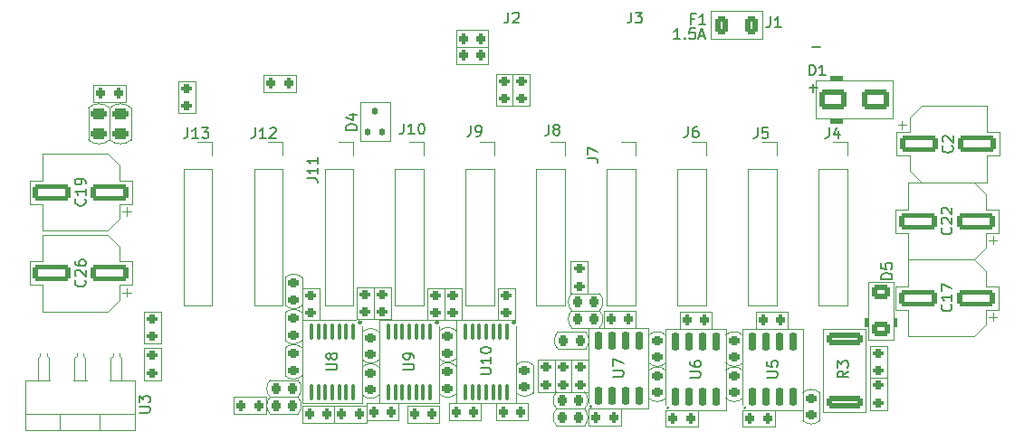
<source format=gto>
G04 #@! TF.GenerationSoftware,KiCad,Pcbnew,7.0.9-69-ge1c0bddff3*
G04 #@! TF.CreationDate,2024-02-19T13:42:33+01:00*
G04 #@! TF.ProjectId,ASP_Backplane,4153505f-4261-4636-9b70-6c616e652e6b,B*
G04 #@! TF.SameCoordinates,Original*
G04 #@! TF.FileFunction,Legend,Top*
G04 #@! TF.FilePolarity,Positive*
%FSLAX46Y46*%
G04 Gerber Fmt 4.6, Leading zero omitted, Abs format (unit mm)*
G04 Created by KiCad (PCBNEW 7.0.9-69-ge1c0bddff3) date 2024-02-19 13:42:33*
%MOMM*%
%LPD*%
G01*
G04 APERTURE LIST*
G04 Aperture macros list*
%AMRoundRect*
0 Rectangle with rounded corners*
0 $1 Rounding radius*
0 $2 $3 $4 $5 $6 $7 $8 $9 X,Y pos of 4 corners*
0 Add a 4 corners polygon primitive as box body*
4,1,4,$2,$3,$4,$5,$6,$7,$8,$9,$2,$3,0*
0 Add four circle primitives for the rounded corners*
1,1,$1+$1,$2,$3*
1,1,$1+$1,$4,$5*
1,1,$1+$1,$6,$7*
1,1,$1+$1,$8,$9*
0 Add four rect primitives between the rounded corners*
20,1,$1+$1,$2,$3,$4,$5,0*
20,1,$1+$1,$4,$5,$6,$7,0*
20,1,$1+$1,$6,$7,$8,$9,0*
20,1,$1+$1,$8,$9,$2,$3,0*%
G04 Aperture macros list end*
%ADD10C,0.150000*%
%ADD11C,0.120000*%
%ADD12C,0.300000*%
%ADD13C,0.100000*%
%ADD14C,0.200000*%
%ADD15RoundRect,0.100000X-0.100000X0.637500X-0.100000X-0.637500X0.100000X-0.637500X0.100000X0.637500X0*%
%ADD16C,3.200000*%
%ADD17O,4.000000X1.600000*%
%ADD18O,1.600000X4.000000*%
%ADD19RoundRect,0.112500X-0.112500X-0.237500X0.112500X-0.237500X0.112500X0.237500X-0.112500X0.237500X0*%
%ADD20RoundRect,0.250000X-1.000000X-0.650000X1.000000X-0.650000X1.000000X0.650000X-1.000000X0.650000X0*%
%ADD21R,1.700000X1.700000*%
%ADD22O,1.700000X1.700000*%
%ADD23RoundRect,0.225000X0.250000X-0.225000X0.250000X0.225000X-0.250000X0.225000X-0.250000X-0.225000X0*%
%ADD24RoundRect,0.150000X0.150000X-0.725000X0.150000X0.725000X-0.150000X0.725000X-0.150000X-0.725000X0*%
%ADD25RoundRect,0.200000X0.200000X0.275000X-0.200000X0.275000X-0.200000X-0.275000X0.200000X-0.275000X0*%
%ADD26RoundRect,0.225000X-0.225000X-0.250000X0.225000X-0.250000X0.225000X0.250000X-0.225000X0.250000X0*%
%ADD27RoundRect,0.200000X-0.275000X0.200000X-0.275000X-0.200000X0.275000X-0.200000X0.275000X0.200000X0*%
%ADD28RoundRect,0.250000X1.500000X0.550000X-1.500000X0.550000X-1.500000X-0.550000X1.500000X-0.550000X0*%
%ADD29RoundRect,0.200000X0.275000X-0.200000X0.275000X0.200000X-0.275000X0.200000X-0.275000X-0.200000X0*%
%ADD30RoundRect,0.225000X-0.250000X0.225000X-0.250000X-0.225000X0.250000X-0.225000X0.250000X0.225000X0*%
%ADD31RoundRect,0.225000X0.225000X0.250000X-0.225000X0.250000X-0.225000X-0.250000X0.225000X-0.250000X0*%
%ADD32RoundRect,0.200000X-0.200000X-0.275000X0.200000X-0.275000X0.200000X0.275000X-0.200000X0.275000X0*%
%ADD33RoundRect,0.250000X-0.375000X-0.625000X0.375000X-0.625000X0.375000X0.625000X-0.375000X0.625000X0*%
%ADD34RoundRect,0.250000X0.475000X-0.250000X0.475000X0.250000X-0.475000X0.250000X-0.475000X-0.250000X0*%
%ADD35RoundRect,0.250000X1.425000X-0.362500X1.425000X0.362500X-1.425000X0.362500X-1.425000X-0.362500X0*%
%ADD36RoundRect,0.250000X0.600000X-0.400000X0.600000X0.400000X-0.600000X0.400000X-0.600000X-0.400000X0*%
%ADD37O,1.800000X1.800000*%
%ADD38R,1.800000X1.800000*%
%ADD39O,1.600000X5.000000*%
%ADD40O,5.000000X1.600000*%
%ADD41C,4.000000*%
%ADD42C,1.800000*%
%ADD43O,3.000000X2.000000*%
%ADD44RoundRect,0.250000X-1.500000X-0.550000X1.500000X-0.550000X1.500000X0.550000X-1.500000X0.550000X0*%
G04 APERTURE END LIST*
D10*
X106642857Y-129054819D02*
X106071429Y-129054819D01*
X106357143Y-129054819D02*
X106357143Y-128054819D01*
X106357143Y-128054819D02*
X106261905Y-128197676D01*
X106261905Y-128197676D02*
X106166667Y-128292914D01*
X106166667Y-128292914D02*
X106071429Y-128340533D01*
X107071429Y-128959580D02*
X107119048Y-129007200D01*
X107119048Y-129007200D02*
X107071429Y-129054819D01*
X107071429Y-129054819D02*
X107023810Y-129007200D01*
X107023810Y-129007200D02*
X107071429Y-128959580D01*
X107071429Y-128959580D02*
X107071429Y-129054819D01*
X108023809Y-128054819D02*
X107547619Y-128054819D01*
X107547619Y-128054819D02*
X107500000Y-128531009D01*
X107500000Y-128531009D02*
X107547619Y-128483390D01*
X107547619Y-128483390D02*
X107642857Y-128435771D01*
X107642857Y-128435771D02*
X107880952Y-128435771D01*
X107880952Y-128435771D02*
X107976190Y-128483390D01*
X107976190Y-128483390D02*
X108023809Y-128531009D01*
X108023809Y-128531009D02*
X108071428Y-128626247D01*
X108071428Y-128626247D02*
X108071428Y-128864342D01*
X108071428Y-128864342D02*
X108023809Y-128959580D01*
X108023809Y-128959580D02*
X107976190Y-129007200D01*
X107976190Y-129007200D02*
X107880952Y-129054819D01*
X107880952Y-129054819D02*
X107642857Y-129054819D01*
X107642857Y-129054819D02*
X107547619Y-129007200D01*
X107547619Y-129007200D02*
X107500000Y-128959580D01*
X108452381Y-128769104D02*
X108928571Y-128769104D01*
X108357143Y-129054819D02*
X108690476Y-128054819D01*
X108690476Y-128054819D02*
X109023809Y-129054819D01*
X73554819Y-160061904D02*
X74364342Y-160061904D01*
X74364342Y-160061904D02*
X74459580Y-160014285D01*
X74459580Y-160014285D02*
X74507200Y-159966666D01*
X74507200Y-159966666D02*
X74554819Y-159871428D01*
X74554819Y-159871428D02*
X74554819Y-159680952D01*
X74554819Y-159680952D02*
X74507200Y-159585714D01*
X74507200Y-159585714D02*
X74459580Y-159538095D01*
X74459580Y-159538095D02*
X74364342Y-159490476D01*
X74364342Y-159490476D02*
X73554819Y-159490476D01*
X73983390Y-158871428D02*
X73935771Y-158966666D01*
X73935771Y-158966666D02*
X73888152Y-159014285D01*
X73888152Y-159014285D02*
X73792914Y-159061904D01*
X73792914Y-159061904D02*
X73745295Y-159061904D01*
X73745295Y-159061904D02*
X73650057Y-159014285D01*
X73650057Y-159014285D02*
X73602438Y-158966666D01*
X73602438Y-158966666D02*
X73554819Y-158871428D01*
X73554819Y-158871428D02*
X73554819Y-158680952D01*
X73554819Y-158680952D02*
X73602438Y-158585714D01*
X73602438Y-158585714D02*
X73650057Y-158538095D01*
X73650057Y-158538095D02*
X73745295Y-158490476D01*
X73745295Y-158490476D02*
X73792914Y-158490476D01*
X73792914Y-158490476D02*
X73888152Y-158538095D01*
X73888152Y-158538095D02*
X73935771Y-158585714D01*
X73935771Y-158585714D02*
X73983390Y-158680952D01*
X73983390Y-158680952D02*
X73983390Y-158871428D01*
X73983390Y-158871428D02*
X74031009Y-158966666D01*
X74031009Y-158966666D02*
X74078628Y-159014285D01*
X74078628Y-159014285D02*
X74173866Y-159061904D01*
X74173866Y-159061904D02*
X74364342Y-159061904D01*
X74364342Y-159061904D02*
X74459580Y-159014285D01*
X74459580Y-159014285D02*
X74507200Y-158966666D01*
X74507200Y-158966666D02*
X74554819Y-158871428D01*
X74554819Y-158871428D02*
X74554819Y-158680952D01*
X74554819Y-158680952D02*
X74507200Y-158585714D01*
X74507200Y-158585714D02*
X74459580Y-158538095D01*
X74459580Y-158538095D02*
X74364342Y-158490476D01*
X74364342Y-158490476D02*
X74173866Y-158490476D01*
X74173866Y-158490476D02*
X74078628Y-158538095D01*
X74078628Y-158538095D02*
X74031009Y-158585714D01*
X74031009Y-158585714D02*
X73983390Y-158680952D01*
X102066666Y-126554819D02*
X102066666Y-127269104D01*
X102066666Y-127269104D02*
X102019047Y-127411961D01*
X102019047Y-127411961D02*
X101923809Y-127507200D01*
X101923809Y-127507200D02*
X101780952Y-127554819D01*
X101780952Y-127554819D02*
X101685714Y-127554819D01*
X102447619Y-126554819D02*
X103066666Y-126554819D01*
X103066666Y-126554819D02*
X102733333Y-126935771D01*
X102733333Y-126935771D02*
X102876190Y-126935771D01*
X102876190Y-126935771D02*
X102971428Y-126983390D01*
X102971428Y-126983390D02*
X103019047Y-127031009D01*
X103019047Y-127031009D02*
X103066666Y-127126247D01*
X103066666Y-127126247D02*
X103066666Y-127364342D01*
X103066666Y-127364342D02*
X103019047Y-127459580D01*
X103019047Y-127459580D02*
X102971428Y-127507200D01*
X102971428Y-127507200D02*
X102876190Y-127554819D01*
X102876190Y-127554819D02*
X102590476Y-127554819D01*
X102590476Y-127554819D02*
X102495238Y-127507200D01*
X102495238Y-127507200D02*
X102447619Y-127459580D01*
X90566666Y-126554819D02*
X90566666Y-127269104D01*
X90566666Y-127269104D02*
X90519047Y-127411961D01*
X90519047Y-127411961D02*
X90423809Y-127507200D01*
X90423809Y-127507200D02*
X90280952Y-127554819D01*
X90280952Y-127554819D02*
X90185714Y-127554819D01*
X90995238Y-126650057D02*
X91042857Y-126602438D01*
X91042857Y-126602438D02*
X91138095Y-126554819D01*
X91138095Y-126554819D02*
X91376190Y-126554819D01*
X91376190Y-126554819D02*
X91471428Y-126602438D01*
X91471428Y-126602438D02*
X91519047Y-126650057D01*
X91519047Y-126650057D02*
X91566666Y-126745295D01*
X91566666Y-126745295D02*
X91566666Y-126840533D01*
X91566666Y-126840533D02*
X91519047Y-126983390D01*
X91519047Y-126983390D02*
X90947619Y-127554819D01*
X90947619Y-127554819D02*
X91566666Y-127554819D01*
X76411319Y-137588094D02*
X75411319Y-137588094D01*
X75411319Y-137588094D02*
X75411319Y-137349999D01*
X75411319Y-137349999D02*
X75458938Y-137207142D01*
X75458938Y-137207142D02*
X75554176Y-137111904D01*
X75554176Y-137111904D02*
X75649414Y-137064285D01*
X75649414Y-137064285D02*
X75839890Y-137016666D01*
X75839890Y-137016666D02*
X75982747Y-137016666D01*
X75982747Y-137016666D02*
X76173223Y-137064285D01*
X76173223Y-137064285D02*
X76268461Y-137111904D01*
X76268461Y-137111904D02*
X76363700Y-137207142D01*
X76363700Y-137207142D02*
X76411319Y-137349999D01*
X76411319Y-137349999D02*
X76411319Y-137588094D01*
X75744652Y-136159523D02*
X76411319Y-136159523D01*
X75363700Y-136397618D02*
X76077985Y-136635713D01*
X76077985Y-136635713D02*
X76077985Y-136016666D01*
X118711905Y-132454819D02*
X118711905Y-131454819D01*
X118711905Y-131454819D02*
X118950000Y-131454819D01*
X118950000Y-131454819D02*
X119092857Y-131502438D01*
X119092857Y-131502438D02*
X119188095Y-131597676D01*
X119188095Y-131597676D02*
X119235714Y-131692914D01*
X119235714Y-131692914D02*
X119283333Y-131883390D01*
X119283333Y-131883390D02*
X119283333Y-132026247D01*
X119283333Y-132026247D02*
X119235714Y-132216723D01*
X119235714Y-132216723D02*
X119188095Y-132311961D01*
X119188095Y-132311961D02*
X119092857Y-132407200D01*
X119092857Y-132407200D02*
X118950000Y-132454819D01*
X118950000Y-132454819D02*
X118711905Y-132454819D01*
X120235714Y-132454819D02*
X119664286Y-132454819D01*
X119950000Y-132454819D02*
X119950000Y-131454819D01*
X119950000Y-131454819D02*
X119854762Y-131597676D01*
X119854762Y-131597676D02*
X119759524Y-131692914D01*
X119759524Y-131692914D02*
X119664286Y-131740533D01*
X80790476Y-136954819D02*
X80790476Y-137669104D01*
X80790476Y-137669104D02*
X80742857Y-137811961D01*
X80742857Y-137811961D02*
X80647619Y-137907200D01*
X80647619Y-137907200D02*
X80504762Y-137954819D01*
X80504762Y-137954819D02*
X80409524Y-137954819D01*
X81790476Y-137954819D02*
X81219048Y-137954819D01*
X81504762Y-137954819D02*
X81504762Y-136954819D01*
X81504762Y-136954819D02*
X81409524Y-137097676D01*
X81409524Y-137097676D02*
X81314286Y-137192914D01*
X81314286Y-137192914D02*
X81219048Y-137240533D01*
X82409524Y-136954819D02*
X82504762Y-136954819D01*
X82504762Y-136954819D02*
X82600000Y-137002438D01*
X82600000Y-137002438D02*
X82647619Y-137050057D01*
X82647619Y-137050057D02*
X82695238Y-137145295D01*
X82695238Y-137145295D02*
X82742857Y-137335771D01*
X82742857Y-137335771D02*
X82742857Y-137573866D01*
X82742857Y-137573866D02*
X82695238Y-137764342D01*
X82695238Y-137764342D02*
X82647619Y-137859580D01*
X82647619Y-137859580D02*
X82600000Y-137907200D01*
X82600000Y-137907200D02*
X82504762Y-137954819D01*
X82504762Y-137954819D02*
X82409524Y-137954819D01*
X82409524Y-137954819D02*
X82314286Y-137907200D01*
X82314286Y-137907200D02*
X82266667Y-137859580D01*
X82266667Y-137859580D02*
X82219048Y-137764342D01*
X82219048Y-137764342D02*
X82171429Y-137573866D01*
X82171429Y-137573866D02*
X82171429Y-137335771D01*
X82171429Y-137335771D02*
X82219048Y-137145295D01*
X82219048Y-137145295D02*
X82266667Y-137050057D01*
X82266667Y-137050057D02*
X82314286Y-137002438D01*
X82314286Y-137002438D02*
X82409524Y-136954819D01*
X114754819Y-160761904D02*
X115564342Y-160761904D01*
X115564342Y-160761904D02*
X115659580Y-160714285D01*
X115659580Y-160714285D02*
X115707200Y-160666666D01*
X115707200Y-160666666D02*
X115754819Y-160571428D01*
X115754819Y-160571428D02*
X115754819Y-160380952D01*
X115754819Y-160380952D02*
X115707200Y-160285714D01*
X115707200Y-160285714D02*
X115659580Y-160238095D01*
X115659580Y-160238095D02*
X115564342Y-160190476D01*
X115564342Y-160190476D02*
X114754819Y-160190476D01*
X114754819Y-159238095D02*
X114754819Y-159714285D01*
X114754819Y-159714285D02*
X115231009Y-159761904D01*
X115231009Y-159761904D02*
X115183390Y-159714285D01*
X115183390Y-159714285D02*
X115135771Y-159619047D01*
X115135771Y-159619047D02*
X115135771Y-159380952D01*
X115135771Y-159380952D02*
X115183390Y-159285714D01*
X115183390Y-159285714D02*
X115231009Y-159238095D01*
X115231009Y-159238095D02*
X115326247Y-159190476D01*
X115326247Y-159190476D02*
X115564342Y-159190476D01*
X115564342Y-159190476D02*
X115659580Y-159238095D01*
X115659580Y-159238095D02*
X115707200Y-159285714D01*
X115707200Y-159285714D02*
X115754819Y-159380952D01*
X115754819Y-159380952D02*
X115754819Y-159619047D01*
X115754819Y-159619047D02*
X115707200Y-159714285D01*
X115707200Y-159714285D02*
X115659580Y-159761904D01*
X50959580Y-144042857D02*
X51007200Y-144090476D01*
X51007200Y-144090476D02*
X51054819Y-144233333D01*
X51054819Y-144233333D02*
X51054819Y-144328571D01*
X51054819Y-144328571D02*
X51007200Y-144471428D01*
X51007200Y-144471428D02*
X50911961Y-144566666D01*
X50911961Y-144566666D02*
X50816723Y-144614285D01*
X50816723Y-144614285D02*
X50626247Y-144661904D01*
X50626247Y-144661904D02*
X50483390Y-144661904D01*
X50483390Y-144661904D02*
X50292914Y-144614285D01*
X50292914Y-144614285D02*
X50197676Y-144566666D01*
X50197676Y-144566666D02*
X50102438Y-144471428D01*
X50102438Y-144471428D02*
X50054819Y-144328571D01*
X50054819Y-144328571D02*
X50054819Y-144233333D01*
X50054819Y-144233333D02*
X50102438Y-144090476D01*
X50102438Y-144090476D02*
X50150057Y-144042857D01*
X51054819Y-143090476D02*
X51054819Y-143661904D01*
X51054819Y-143376190D02*
X50054819Y-143376190D01*
X50054819Y-143376190D02*
X50197676Y-143471428D01*
X50197676Y-143471428D02*
X50292914Y-143566666D01*
X50292914Y-143566666D02*
X50340533Y-143661904D01*
X51054819Y-142614285D02*
X51054819Y-142423809D01*
X51054819Y-142423809D02*
X51007200Y-142328571D01*
X51007200Y-142328571D02*
X50959580Y-142280952D01*
X50959580Y-142280952D02*
X50816723Y-142185714D01*
X50816723Y-142185714D02*
X50626247Y-142138095D01*
X50626247Y-142138095D02*
X50245295Y-142138095D01*
X50245295Y-142138095D02*
X50150057Y-142185714D01*
X50150057Y-142185714D02*
X50102438Y-142233333D01*
X50102438Y-142233333D02*
X50054819Y-142328571D01*
X50054819Y-142328571D02*
X50054819Y-142519047D01*
X50054819Y-142519047D02*
X50102438Y-142614285D01*
X50102438Y-142614285D02*
X50150057Y-142661904D01*
X50150057Y-142661904D02*
X50245295Y-142709523D01*
X50245295Y-142709523D02*
X50483390Y-142709523D01*
X50483390Y-142709523D02*
X50578628Y-142661904D01*
X50578628Y-142661904D02*
X50626247Y-142614285D01*
X50626247Y-142614285D02*
X50673866Y-142519047D01*
X50673866Y-142519047D02*
X50673866Y-142328571D01*
X50673866Y-142328571D02*
X50626247Y-142233333D01*
X50626247Y-142233333D02*
X50578628Y-142185714D01*
X50578628Y-142185714D02*
X50483390Y-142138095D01*
X87066666Y-137154819D02*
X87066666Y-137869104D01*
X87066666Y-137869104D02*
X87019047Y-138011961D01*
X87019047Y-138011961D02*
X86923809Y-138107200D01*
X86923809Y-138107200D02*
X86780952Y-138154819D01*
X86780952Y-138154819D02*
X86685714Y-138154819D01*
X87590476Y-138154819D02*
X87780952Y-138154819D01*
X87780952Y-138154819D02*
X87876190Y-138107200D01*
X87876190Y-138107200D02*
X87923809Y-138059580D01*
X87923809Y-138059580D02*
X88019047Y-137916723D01*
X88019047Y-137916723D02*
X88066666Y-137726247D01*
X88066666Y-137726247D02*
X88066666Y-137345295D01*
X88066666Y-137345295D02*
X88019047Y-137250057D01*
X88019047Y-137250057D02*
X87971428Y-137202438D01*
X87971428Y-137202438D02*
X87876190Y-137154819D01*
X87876190Y-137154819D02*
X87685714Y-137154819D01*
X87685714Y-137154819D02*
X87590476Y-137202438D01*
X87590476Y-137202438D02*
X87542857Y-137250057D01*
X87542857Y-137250057D02*
X87495238Y-137345295D01*
X87495238Y-137345295D02*
X87495238Y-137583390D01*
X87495238Y-137583390D02*
X87542857Y-137678628D01*
X87542857Y-137678628D02*
X87590476Y-137726247D01*
X87590476Y-137726247D02*
X87685714Y-137773866D01*
X87685714Y-137773866D02*
X87876190Y-137773866D01*
X87876190Y-137773866D02*
X87971428Y-137726247D01*
X87971428Y-137726247D02*
X88019047Y-137678628D01*
X88019047Y-137678628D02*
X88066666Y-137583390D01*
X97954819Y-140233333D02*
X98669104Y-140233333D01*
X98669104Y-140233333D02*
X98811961Y-140280952D01*
X98811961Y-140280952D02*
X98907200Y-140376190D01*
X98907200Y-140376190D02*
X98954819Y-140519047D01*
X98954819Y-140519047D02*
X98954819Y-140614285D01*
X97954819Y-139852380D02*
X97954819Y-139185714D01*
X97954819Y-139185714D02*
X98954819Y-139614285D01*
X80754819Y-160061904D02*
X81564342Y-160061904D01*
X81564342Y-160061904D02*
X81659580Y-160014285D01*
X81659580Y-160014285D02*
X81707200Y-159966666D01*
X81707200Y-159966666D02*
X81754819Y-159871428D01*
X81754819Y-159871428D02*
X81754819Y-159680952D01*
X81754819Y-159680952D02*
X81707200Y-159585714D01*
X81707200Y-159585714D02*
X81659580Y-159538095D01*
X81659580Y-159538095D02*
X81564342Y-159490476D01*
X81564342Y-159490476D02*
X80754819Y-159490476D01*
X81754819Y-158966666D02*
X81754819Y-158776190D01*
X81754819Y-158776190D02*
X81707200Y-158680952D01*
X81707200Y-158680952D02*
X81659580Y-158633333D01*
X81659580Y-158633333D02*
X81516723Y-158538095D01*
X81516723Y-158538095D02*
X81326247Y-158490476D01*
X81326247Y-158490476D02*
X80945295Y-158490476D01*
X80945295Y-158490476D02*
X80850057Y-158538095D01*
X80850057Y-158538095D02*
X80802438Y-158585714D01*
X80802438Y-158585714D02*
X80754819Y-158680952D01*
X80754819Y-158680952D02*
X80754819Y-158871428D01*
X80754819Y-158871428D02*
X80802438Y-158966666D01*
X80802438Y-158966666D02*
X80850057Y-159014285D01*
X80850057Y-159014285D02*
X80945295Y-159061904D01*
X80945295Y-159061904D02*
X81183390Y-159061904D01*
X81183390Y-159061904D02*
X81278628Y-159014285D01*
X81278628Y-159014285D02*
X81326247Y-158966666D01*
X81326247Y-158966666D02*
X81373866Y-158871428D01*
X81373866Y-158871428D02*
X81373866Y-158680952D01*
X81373866Y-158680952D02*
X81326247Y-158585714D01*
X81326247Y-158585714D02*
X81278628Y-158538095D01*
X81278628Y-158538095D02*
X81183390Y-158490476D01*
X87954819Y-160438094D02*
X88764342Y-160438094D01*
X88764342Y-160438094D02*
X88859580Y-160390475D01*
X88859580Y-160390475D02*
X88907200Y-160342856D01*
X88907200Y-160342856D02*
X88954819Y-160247618D01*
X88954819Y-160247618D02*
X88954819Y-160057142D01*
X88954819Y-160057142D02*
X88907200Y-159961904D01*
X88907200Y-159961904D02*
X88859580Y-159914285D01*
X88859580Y-159914285D02*
X88764342Y-159866666D01*
X88764342Y-159866666D02*
X87954819Y-159866666D01*
X88954819Y-158866666D02*
X88954819Y-159438094D01*
X88954819Y-159152380D02*
X87954819Y-159152380D01*
X87954819Y-159152380D02*
X88097676Y-159247618D01*
X88097676Y-159247618D02*
X88192914Y-159342856D01*
X88192914Y-159342856D02*
X88240533Y-159438094D01*
X87954819Y-158247618D02*
X87954819Y-158152380D01*
X87954819Y-158152380D02*
X88002438Y-158057142D01*
X88002438Y-158057142D02*
X88050057Y-158009523D01*
X88050057Y-158009523D02*
X88145295Y-157961904D01*
X88145295Y-157961904D02*
X88335771Y-157914285D01*
X88335771Y-157914285D02*
X88573866Y-157914285D01*
X88573866Y-157914285D02*
X88764342Y-157961904D01*
X88764342Y-157961904D02*
X88859580Y-158009523D01*
X88859580Y-158009523D02*
X88907200Y-158057142D01*
X88907200Y-158057142D02*
X88954819Y-158152380D01*
X88954819Y-158152380D02*
X88954819Y-158247618D01*
X88954819Y-158247618D02*
X88907200Y-158342856D01*
X88907200Y-158342856D02*
X88859580Y-158390475D01*
X88859580Y-158390475D02*
X88764342Y-158438094D01*
X88764342Y-158438094D02*
X88573866Y-158485713D01*
X88573866Y-158485713D02*
X88335771Y-158485713D01*
X88335771Y-158485713D02*
X88145295Y-158438094D01*
X88145295Y-158438094D02*
X88050057Y-158390475D01*
X88050057Y-158390475D02*
X88002438Y-158342856D01*
X88002438Y-158342856D02*
X87954819Y-158247618D01*
X66890476Y-137354819D02*
X66890476Y-138069104D01*
X66890476Y-138069104D02*
X66842857Y-138211961D01*
X66842857Y-138211961D02*
X66747619Y-138307200D01*
X66747619Y-138307200D02*
X66604762Y-138354819D01*
X66604762Y-138354819D02*
X66509524Y-138354819D01*
X67890476Y-138354819D02*
X67319048Y-138354819D01*
X67604762Y-138354819D02*
X67604762Y-137354819D01*
X67604762Y-137354819D02*
X67509524Y-137497676D01*
X67509524Y-137497676D02*
X67414286Y-137592914D01*
X67414286Y-137592914D02*
X67319048Y-137640533D01*
X68271429Y-137450057D02*
X68319048Y-137402438D01*
X68319048Y-137402438D02*
X68414286Y-137354819D01*
X68414286Y-137354819D02*
X68652381Y-137354819D01*
X68652381Y-137354819D02*
X68747619Y-137402438D01*
X68747619Y-137402438D02*
X68795238Y-137450057D01*
X68795238Y-137450057D02*
X68842857Y-137545295D01*
X68842857Y-137545295D02*
X68842857Y-137640533D01*
X68842857Y-137640533D02*
X68795238Y-137783390D01*
X68795238Y-137783390D02*
X68223810Y-138354819D01*
X68223810Y-138354819D02*
X68842857Y-138354819D01*
X60590476Y-137354819D02*
X60590476Y-138069104D01*
X60590476Y-138069104D02*
X60542857Y-138211961D01*
X60542857Y-138211961D02*
X60447619Y-138307200D01*
X60447619Y-138307200D02*
X60304762Y-138354819D01*
X60304762Y-138354819D02*
X60209524Y-138354819D01*
X61590476Y-138354819D02*
X61019048Y-138354819D01*
X61304762Y-138354819D02*
X61304762Y-137354819D01*
X61304762Y-137354819D02*
X61209524Y-137497676D01*
X61209524Y-137497676D02*
X61114286Y-137592914D01*
X61114286Y-137592914D02*
X61019048Y-137640533D01*
X61923810Y-137354819D02*
X62542857Y-137354819D01*
X62542857Y-137354819D02*
X62209524Y-137735771D01*
X62209524Y-137735771D02*
X62352381Y-137735771D01*
X62352381Y-137735771D02*
X62447619Y-137783390D01*
X62447619Y-137783390D02*
X62495238Y-137831009D01*
X62495238Y-137831009D02*
X62542857Y-137926247D01*
X62542857Y-137926247D02*
X62542857Y-138164342D01*
X62542857Y-138164342D02*
X62495238Y-138259580D01*
X62495238Y-138259580D02*
X62447619Y-138307200D01*
X62447619Y-138307200D02*
X62352381Y-138354819D01*
X62352381Y-138354819D02*
X62066667Y-138354819D01*
X62066667Y-138354819D02*
X61971429Y-138307200D01*
X61971429Y-138307200D02*
X61923810Y-138259580D01*
X107366666Y-137254819D02*
X107366666Y-137969104D01*
X107366666Y-137969104D02*
X107319047Y-138111961D01*
X107319047Y-138111961D02*
X107223809Y-138207200D01*
X107223809Y-138207200D02*
X107080952Y-138254819D01*
X107080952Y-138254819D02*
X106985714Y-138254819D01*
X108271428Y-137254819D02*
X108080952Y-137254819D01*
X108080952Y-137254819D02*
X107985714Y-137302438D01*
X107985714Y-137302438D02*
X107938095Y-137350057D01*
X107938095Y-137350057D02*
X107842857Y-137492914D01*
X107842857Y-137492914D02*
X107795238Y-137683390D01*
X107795238Y-137683390D02*
X107795238Y-138064342D01*
X107795238Y-138064342D02*
X107842857Y-138159580D01*
X107842857Y-138159580D02*
X107890476Y-138207200D01*
X107890476Y-138207200D02*
X107985714Y-138254819D01*
X107985714Y-138254819D02*
X108176190Y-138254819D01*
X108176190Y-138254819D02*
X108271428Y-138207200D01*
X108271428Y-138207200D02*
X108319047Y-138159580D01*
X108319047Y-138159580D02*
X108366666Y-138064342D01*
X108366666Y-138064342D02*
X108366666Y-137826247D01*
X108366666Y-137826247D02*
X108319047Y-137731009D01*
X108319047Y-137731009D02*
X108271428Y-137683390D01*
X108271428Y-137683390D02*
X108176190Y-137635771D01*
X108176190Y-137635771D02*
X107985714Y-137635771D01*
X107985714Y-137635771D02*
X107890476Y-137683390D01*
X107890476Y-137683390D02*
X107842857Y-137731009D01*
X107842857Y-137731009D02*
X107795238Y-137826247D01*
X71754819Y-142109523D02*
X72469104Y-142109523D01*
X72469104Y-142109523D02*
X72611961Y-142157142D01*
X72611961Y-142157142D02*
X72707200Y-142252380D01*
X72707200Y-142252380D02*
X72754819Y-142395237D01*
X72754819Y-142395237D02*
X72754819Y-142490475D01*
X72754819Y-141109523D02*
X72754819Y-141680951D01*
X72754819Y-141395237D02*
X71754819Y-141395237D01*
X71754819Y-141395237D02*
X71897676Y-141490475D01*
X71897676Y-141490475D02*
X71992914Y-141585713D01*
X71992914Y-141585713D02*
X72040533Y-141680951D01*
X72754819Y-140157142D02*
X72754819Y-140728570D01*
X72754819Y-140442856D02*
X71754819Y-140442856D01*
X71754819Y-140442856D02*
X71897676Y-140538094D01*
X71897676Y-140538094D02*
X71992914Y-140633332D01*
X71992914Y-140633332D02*
X72040533Y-140728570D01*
X107966666Y-127181009D02*
X107633333Y-127181009D01*
X107633333Y-127704819D02*
X107633333Y-126704819D01*
X107633333Y-126704819D02*
X108109523Y-126704819D01*
X109014285Y-127704819D02*
X108442857Y-127704819D01*
X108728571Y-127704819D02*
X108728571Y-126704819D01*
X108728571Y-126704819D02*
X108633333Y-126847676D01*
X108633333Y-126847676D02*
X108538095Y-126942914D01*
X108538095Y-126942914D02*
X108442857Y-126990533D01*
X131959580Y-153942857D02*
X132007200Y-153990476D01*
X132007200Y-153990476D02*
X132054819Y-154133333D01*
X132054819Y-154133333D02*
X132054819Y-154228571D01*
X132054819Y-154228571D02*
X132007200Y-154371428D01*
X132007200Y-154371428D02*
X131911961Y-154466666D01*
X131911961Y-154466666D02*
X131816723Y-154514285D01*
X131816723Y-154514285D02*
X131626247Y-154561904D01*
X131626247Y-154561904D02*
X131483390Y-154561904D01*
X131483390Y-154561904D02*
X131292914Y-154514285D01*
X131292914Y-154514285D02*
X131197676Y-154466666D01*
X131197676Y-154466666D02*
X131102438Y-154371428D01*
X131102438Y-154371428D02*
X131054819Y-154228571D01*
X131054819Y-154228571D02*
X131054819Y-154133333D01*
X131054819Y-154133333D02*
X131102438Y-153990476D01*
X131102438Y-153990476D02*
X131150057Y-153942857D01*
X132054819Y-152990476D02*
X132054819Y-153561904D01*
X132054819Y-153276190D02*
X131054819Y-153276190D01*
X131054819Y-153276190D02*
X131197676Y-153371428D01*
X131197676Y-153371428D02*
X131292914Y-153466666D01*
X131292914Y-153466666D02*
X131340533Y-153561904D01*
X131054819Y-152657142D02*
X131054819Y-151990476D01*
X131054819Y-151990476D02*
X132054819Y-152419047D01*
X113866666Y-137354819D02*
X113866666Y-138069104D01*
X113866666Y-138069104D02*
X113819047Y-138211961D01*
X113819047Y-138211961D02*
X113723809Y-138307200D01*
X113723809Y-138307200D02*
X113580952Y-138354819D01*
X113580952Y-138354819D02*
X113485714Y-138354819D01*
X114819047Y-137354819D02*
X114342857Y-137354819D01*
X114342857Y-137354819D02*
X114295238Y-137831009D01*
X114295238Y-137831009D02*
X114342857Y-137783390D01*
X114342857Y-137783390D02*
X114438095Y-137735771D01*
X114438095Y-137735771D02*
X114676190Y-137735771D01*
X114676190Y-137735771D02*
X114771428Y-137783390D01*
X114771428Y-137783390D02*
X114819047Y-137831009D01*
X114819047Y-137831009D02*
X114866666Y-137926247D01*
X114866666Y-137926247D02*
X114866666Y-138164342D01*
X114866666Y-138164342D02*
X114819047Y-138259580D01*
X114819047Y-138259580D02*
X114771428Y-138307200D01*
X114771428Y-138307200D02*
X114676190Y-138354819D01*
X114676190Y-138354819D02*
X114438095Y-138354819D01*
X114438095Y-138354819D02*
X114342857Y-138307200D01*
X114342857Y-138307200D02*
X114295238Y-138259580D01*
X107554819Y-160761904D02*
X108364342Y-160761904D01*
X108364342Y-160761904D02*
X108459580Y-160714285D01*
X108459580Y-160714285D02*
X108507200Y-160666666D01*
X108507200Y-160666666D02*
X108554819Y-160571428D01*
X108554819Y-160571428D02*
X108554819Y-160380952D01*
X108554819Y-160380952D02*
X108507200Y-160285714D01*
X108507200Y-160285714D02*
X108459580Y-160238095D01*
X108459580Y-160238095D02*
X108364342Y-160190476D01*
X108364342Y-160190476D02*
X107554819Y-160190476D01*
X107554819Y-159285714D02*
X107554819Y-159476190D01*
X107554819Y-159476190D02*
X107602438Y-159571428D01*
X107602438Y-159571428D02*
X107650057Y-159619047D01*
X107650057Y-159619047D02*
X107792914Y-159714285D01*
X107792914Y-159714285D02*
X107983390Y-159761904D01*
X107983390Y-159761904D02*
X108364342Y-159761904D01*
X108364342Y-159761904D02*
X108459580Y-159714285D01*
X108459580Y-159714285D02*
X108507200Y-159666666D01*
X108507200Y-159666666D02*
X108554819Y-159571428D01*
X108554819Y-159571428D02*
X108554819Y-159380952D01*
X108554819Y-159380952D02*
X108507200Y-159285714D01*
X108507200Y-159285714D02*
X108459580Y-159238095D01*
X108459580Y-159238095D02*
X108364342Y-159190476D01*
X108364342Y-159190476D02*
X108126247Y-159190476D01*
X108126247Y-159190476D02*
X108031009Y-159238095D01*
X108031009Y-159238095D02*
X107983390Y-159285714D01*
X107983390Y-159285714D02*
X107935771Y-159380952D01*
X107935771Y-159380952D02*
X107935771Y-159571428D01*
X107935771Y-159571428D02*
X107983390Y-159666666D01*
X107983390Y-159666666D02*
X108031009Y-159714285D01*
X108031009Y-159714285D02*
X108126247Y-159761904D01*
X50959580Y-151642857D02*
X51007200Y-151690476D01*
X51007200Y-151690476D02*
X51054819Y-151833333D01*
X51054819Y-151833333D02*
X51054819Y-151928571D01*
X51054819Y-151928571D02*
X51007200Y-152071428D01*
X51007200Y-152071428D02*
X50911961Y-152166666D01*
X50911961Y-152166666D02*
X50816723Y-152214285D01*
X50816723Y-152214285D02*
X50626247Y-152261904D01*
X50626247Y-152261904D02*
X50483390Y-152261904D01*
X50483390Y-152261904D02*
X50292914Y-152214285D01*
X50292914Y-152214285D02*
X50197676Y-152166666D01*
X50197676Y-152166666D02*
X50102438Y-152071428D01*
X50102438Y-152071428D02*
X50054819Y-151928571D01*
X50054819Y-151928571D02*
X50054819Y-151833333D01*
X50054819Y-151833333D02*
X50102438Y-151690476D01*
X50102438Y-151690476D02*
X50150057Y-151642857D01*
X50150057Y-151261904D02*
X50102438Y-151214285D01*
X50102438Y-151214285D02*
X50054819Y-151119047D01*
X50054819Y-151119047D02*
X50054819Y-150880952D01*
X50054819Y-150880952D02*
X50102438Y-150785714D01*
X50102438Y-150785714D02*
X50150057Y-150738095D01*
X50150057Y-150738095D02*
X50245295Y-150690476D01*
X50245295Y-150690476D02*
X50340533Y-150690476D01*
X50340533Y-150690476D02*
X50483390Y-150738095D01*
X50483390Y-150738095D02*
X51054819Y-151309523D01*
X51054819Y-151309523D02*
X51054819Y-150690476D01*
X50054819Y-149833333D02*
X50054819Y-150023809D01*
X50054819Y-150023809D02*
X50102438Y-150119047D01*
X50102438Y-150119047D02*
X50150057Y-150166666D01*
X50150057Y-150166666D02*
X50292914Y-150261904D01*
X50292914Y-150261904D02*
X50483390Y-150309523D01*
X50483390Y-150309523D02*
X50864342Y-150309523D01*
X50864342Y-150309523D02*
X50959580Y-150261904D01*
X50959580Y-150261904D02*
X51007200Y-150214285D01*
X51007200Y-150214285D02*
X51054819Y-150119047D01*
X51054819Y-150119047D02*
X51054819Y-149928571D01*
X51054819Y-149928571D02*
X51007200Y-149833333D01*
X51007200Y-149833333D02*
X50959580Y-149785714D01*
X50959580Y-149785714D02*
X50864342Y-149738095D01*
X50864342Y-149738095D02*
X50626247Y-149738095D01*
X50626247Y-149738095D02*
X50531009Y-149785714D01*
X50531009Y-149785714D02*
X50483390Y-149833333D01*
X50483390Y-149833333D02*
X50435771Y-149928571D01*
X50435771Y-149928571D02*
X50435771Y-150119047D01*
X50435771Y-150119047D02*
X50483390Y-150214285D01*
X50483390Y-150214285D02*
X50531009Y-150261904D01*
X50531009Y-150261904D02*
X50626247Y-150309523D01*
X122354819Y-160166666D02*
X121878628Y-160499999D01*
X122354819Y-160738094D02*
X121354819Y-160738094D01*
X121354819Y-160738094D02*
X121354819Y-160357142D01*
X121354819Y-160357142D02*
X121402438Y-160261904D01*
X121402438Y-160261904D02*
X121450057Y-160214285D01*
X121450057Y-160214285D02*
X121545295Y-160166666D01*
X121545295Y-160166666D02*
X121688152Y-160166666D01*
X121688152Y-160166666D02*
X121783390Y-160214285D01*
X121783390Y-160214285D02*
X121831009Y-160261904D01*
X121831009Y-160261904D02*
X121878628Y-160357142D01*
X121878628Y-160357142D02*
X121878628Y-160738094D01*
X121354819Y-159833332D02*
X121354819Y-159214285D01*
X121354819Y-159214285D02*
X121735771Y-159547618D01*
X121735771Y-159547618D02*
X121735771Y-159404761D01*
X121735771Y-159404761D02*
X121783390Y-159309523D01*
X121783390Y-159309523D02*
X121831009Y-159261904D01*
X121831009Y-159261904D02*
X121926247Y-159214285D01*
X121926247Y-159214285D02*
X122164342Y-159214285D01*
X122164342Y-159214285D02*
X122259580Y-159261904D01*
X122259580Y-159261904D02*
X122307200Y-159309523D01*
X122307200Y-159309523D02*
X122354819Y-159404761D01*
X122354819Y-159404761D02*
X122354819Y-159690475D01*
X122354819Y-159690475D02*
X122307200Y-159785713D01*
X122307200Y-159785713D02*
X122259580Y-159833332D01*
X94366666Y-137054819D02*
X94366666Y-137769104D01*
X94366666Y-137769104D02*
X94319047Y-137911961D01*
X94319047Y-137911961D02*
X94223809Y-138007200D01*
X94223809Y-138007200D02*
X94080952Y-138054819D01*
X94080952Y-138054819D02*
X93985714Y-138054819D01*
X94985714Y-137483390D02*
X94890476Y-137435771D01*
X94890476Y-137435771D02*
X94842857Y-137388152D01*
X94842857Y-137388152D02*
X94795238Y-137292914D01*
X94795238Y-137292914D02*
X94795238Y-137245295D01*
X94795238Y-137245295D02*
X94842857Y-137150057D01*
X94842857Y-137150057D02*
X94890476Y-137102438D01*
X94890476Y-137102438D02*
X94985714Y-137054819D01*
X94985714Y-137054819D02*
X95176190Y-137054819D01*
X95176190Y-137054819D02*
X95271428Y-137102438D01*
X95271428Y-137102438D02*
X95319047Y-137150057D01*
X95319047Y-137150057D02*
X95366666Y-137245295D01*
X95366666Y-137245295D02*
X95366666Y-137292914D01*
X95366666Y-137292914D02*
X95319047Y-137388152D01*
X95319047Y-137388152D02*
X95271428Y-137435771D01*
X95271428Y-137435771D02*
X95176190Y-137483390D01*
X95176190Y-137483390D02*
X94985714Y-137483390D01*
X94985714Y-137483390D02*
X94890476Y-137531009D01*
X94890476Y-137531009D02*
X94842857Y-137578628D01*
X94842857Y-137578628D02*
X94795238Y-137673866D01*
X94795238Y-137673866D02*
X94795238Y-137864342D01*
X94795238Y-137864342D02*
X94842857Y-137959580D01*
X94842857Y-137959580D02*
X94890476Y-138007200D01*
X94890476Y-138007200D02*
X94985714Y-138054819D01*
X94985714Y-138054819D02*
X95176190Y-138054819D01*
X95176190Y-138054819D02*
X95271428Y-138007200D01*
X95271428Y-138007200D02*
X95319047Y-137959580D01*
X95319047Y-137959580D02*
X95366666Y-137864342D01*
X95366666Y-137864342D02*
X95366666Y-137673866D01*
X95366666Y-137673866D02*
X95319047Y-137578628D01*
X95319047Y-137578628D02*
X95271428Y-137531009D01*
X95271428Y-137531009D02*
X95176190Y-137483390D01*
X100354819Y-160661904D02*
X101164342Y-160661904D01*
X101164342Y-160661904D02*
X101259580Y-160614285D01*
X101259580Y-160614285D02*
X101307200Y-160566666D01*
X101307200Y-160566666D02*
X101354819Y-160471428D01*
X101354819Y-160471428D02*
X101354819Y-160280952D01*
X101354819Y-160280952D02*
X101307200Y-160185714D01*
X101307200Y-160185714D02*
X101259580Y-160138095D01*
X101259580Y-160138095D02*
X101164342Y-160090476D01*
X101164342Y-160090476D02*
X100354819Y-160090476D01*
X100354819Y-159709523D02*
X100354819Y-159042857D01*
X100354819Y-159042857D02*
X101354819Y-159471428D01*
X120566666Y-137354819D02*
X120566666Y-138069104D01*
X120566666Y-138069104D02*
X120519047Y-138211961D01*
X120519047Y-138211961D02*
X120423809Y-138307200D01*
X120423809Y-138307200D02*
X120280952Y-138354819D01*
X120280952Y-138354819D02*
X120185714Y-138354819D01*
X121471428Y-137688152D02*
X121471428Y-138354819D01*
X121233333Y-137307200D02*
X120995238Y-138021485D01*
X120995238Y-138021485D02*
X121614285Y-138021485D01*
X126454819Y-151538094D02*
X125454819Y-151538094D01*
X125454819Y-151538094D02*
X125454819Y-151299999D01*
X125454819Y-151299999D02*
X125502438Y-151157142D01*
X125502438Y-151157142D02*
X125597676Y-151061904D01*
X125597676Y-151061904D02*
X125692914Y-151014285D01*
X125692914Y-151014285D02*
X125883390Y-150966666D01*
X125883390Y-150966666D02*
X126026247Y-150966666D01*
X126026247Y-150966666D02*
X126216723Y-151014285D01*
X126216723Y-151014285D02*
X126311961Y-151061904D01*
X126311961Y-151061904D02*
X126407200Y-151157142D01*
X126407200Y-151157142D02*
X126454819Y-151299999D01*
X126454819Y-151299999D02*
X126454819Y-151538094D01*
X125454819Y-150061904D02*
X125454819Y-150538094D01*
X125454819Y-150538094D02*
X125931009Y-150585713D01*
X125931009Y-150585713D02*
X125883390Y-150538094D01*
X125883390Y-150538094D02*
X125835771Y-150442856D01*
X125835771Y-150442856D02*
X125835771Y-150204761D01*
X125835771Y-150204761D02*
X125883390Y-150109523D01*
X125883390Y-150109523D02*
X125931009Y-150061904D01*
X125931009Y-150061904D02*
X126026247Y-150014285D01*
X126026247Y-150014285D02*
X126264342Y-150014285D01*
X126264342Y-150014285D02*
X126359580Y-150061904D01*
X126359580Y-150061904D02*
X126407200Y-150109523D01*
X126407200Y-150109523D02*
X126454819Y-150204761D01*
X126454819Y-150204761D02*
X126454819Y-150442856D01*
X126454819Y-150442856D02*
X126407200Y-150538094D01*
X126407200Y-150538094D02*
X126359580Y-150585713D01*
X56054819Y-164061904D02*
X56864342Y-164061904D01*
X56864342Y-164061904D02*
X56959580Y-164014285D01*
X56959580Y-164014285D02*
X57007200Y-163966666D01*
X57007200Y-163966666D02*
X57054819Y-163871428D01*
X57054819Y-163871428D02*
X57054819Y-163680952D01*
X57054819Y-163680952D02*
X57007200Y-163585714D01*
X57007200Y-163585714D02*
X56959580Y-163538095D01*
X56959580Y-163538095D02*
X56864342Y-163490476D01*
X56864342Y-163490476D02*
X56054819Y-163490476D01*
X56054819Y-163109523D02*
X56054819Y-162490476D01*
X56054819Y-162490476D02*
X56435771Y-162823809D01*
X56435771Y-162823809D02*
X56435771Y-162680952D01*
X56435771Y-162680952D02*
X56483390Y-162585714D01*
X56483390Y-162585714D02*
X56531009Y-162538095D01*
X56531009Y-162538095D02*
X56626247Y-162490476D01*
X56626247Y-162490476D02*
X56864342Y-162490476D01*
X56864342Y-162490476D02*
X56959580Y-162538095D01*
X56959580Y-162538095D02*
X57007200Y-162585714D01*
X57007200Y-162585714D02*
X57054819Y-162680952D01*
X57054819Y-162680952D02*
X57054819Y-162966666D01*
X57054819Y-162966666D02*
X57007200Y-163061904D01*
X57007200Y-163061904D02*
X56959580Y-163109523D01*
X131959580Y-146742857D02*
X132007200Y-146790476D01*
X132007200Y-146790476D02*
X132054819Y-146933333D01*
X132054819Y-146933333D02*
X132054819Y-147028571D01*
X132054819Y-147028571D02*
X132007200Y-147171428D01*
X132007200Y-147171428D02*
X131911961Y-147266666D01*
X131911961Y-147266666D02*
X131816723Y-147314285D01*
X131816723Y-147314285D02*
X131626247Y-147361904D01*
X131626247Y-147361904D02*
X131483390Y-147361904D01*
X131483390Y-147361904D02*
X131292914Y-147314285D01*
X131292914Y-147314285D02*
X131197676Y-147266666D01*
X131197676Y-147266666D02*
X131102438Y-147171428D01*
X131102438Y-147171428D02*
X131054819Y-147028571D01*
X131054819Y-147028571D02*
X131054819Y-146933333D01*
X131054819Y-146933333D02*
X131102438Y-146790476D01*
X131102438Y-146790476D02*
X131150057Y-146742857D01*
X131150057Y-146361904D02*
X131102438Y-146314285D01*
X131102438Y-146314285D02*
X131054819Y-146219047D01*
X131054819Y-146219047D02*
X131054819Y-145980952D01*
X131054819Y-145980952D02*
X131102438Y-145885714D01*
X131102438Y-145885714D02*
X131150057Y-145838095D01*
X131150057Y-145838095D02*
X131245295Y-145790476D01*
X131245295Y-145790476D02*
X131340533Y-145790476D01*
X131340533Y-145790476D02*
X131483390Y-145838095D01*
X131483390Y-145838095D02*
X132054819Y-146409523D01*
X132054819Y-146409523D02*
X132054819Y-145790476D01*
X131150057Y-145409523D02*
X131102438Y-145361904D01*
X131102438Y-145361904D02*
X131054819Y-145266666D01*
X131054819Y-145266666D02*
X131054819Y-145028571D01*
X131054819Y-145028571D02*
X131102438Y-144933333D01*
X131102438Y-144933333D02*
X131150057Y-144885714D01*
X131150057Y-144885714D02*
X131245295Y-144838095D01*
X131245295Y-144838095D02*
X131340533Y-144838095D01*
X131340533Y-144838095D02*
X131483390Y-144885714D01*
X131483390Y-144885714D02*
X132054819Y-145457142D01*
X132054819Y-145457142D02*
X132054819Y-144838095D01*
X119480951Y-133626133D02*
X118719047Y-133626133D01*
X119099999Y-133245180D02*
X119099999Y-134007085D01*
X115066666Y-126954819D02*
X115066666Y-127669104D01*
X115066666Y-127669104D02*
X115019047Y-127811961D01*
X115019047Y-127811961D02*
X114923809Y-127907200D01*
X114923809Y-127907200D02*
X114780952Y-127954819D01*
X114780952Y-127954819D02*
X114685714Y-127954819D01*
X116066666Y-127954819D02*
X115495238Y-127954819D01*
X115780952Y-127954819D02*
X115780952Y-126954819D01*
X115780952Y-126954819D02*
X115685714Y-127097676D01*
X115685714Y-127097676D02*
X115590476Y-127192914D01*
X115590476Y-127192914D02*
X115495238Y-127240533D01*
X119780951Y-129826133D02*
X119019047Y-129826133D01*
X132059580Y-139066666D02*
X132107200Y-139114285D01*
X132107200Y-139114285D02*
X132154819Y-139257142D01*
X132154819Y-139257142D02*
X132154819Y-139352380D01*
X132154819Y-139352380D02*
X132107200Y-139495237D01*
X132107200Y-139495237D02*
X132011961Y-139590475D01*
X132011961Y-139590475D02*
X131916723Y-139638094D01*
X131916723Y-139638094D02*
X131726247Y-139685713D01*
X131726247Y-139685713D02*
X131583390Y-139685713D01*
X131583390Y-139685713D02*
X131392914Y-139638094D01*
X131392914Y-139638094D02*
X131297676Y-139590475D01*
X131297676Y-139590475D02*
X131202438Y-139495237D01*
X131202438Y-139495237D02*
X131154819Y-139352380D01*
X131154819Y-139352380D02*
X131154819Y-139257142D01*
X131154819Y-139257142D02*
X131202438Y-139114285D01*
X131202438Y-139114285D02*
X131250057Y-139066666D01*
X131250057Y-138685713D02*
X131202438Y-138638094D01*
X131202438Y-138638094D02*
X131154819Y-138542856D01*
X131154819Y-138542856D02*
X131154819Y-138304761D01*
X131154819Y-138304761D02*
X131202438Y-138209523D01*
X131202438Y-138209523D02*
X131250057Y-138161904D01*
X131250057Y-138161904D02*
X131345295Y-138114285D01*
X131345295Y-138114285D02*
X131440533Y-138114285D01*
X131440533Y-138114285D02*
X131583390Y-138161904D01*
X131583390Y-138161904D02*
X132154819Y-138733332D01*
X132154819Y-138733332D02*
X132154819Y-138114285D01*
D11*
G04 #@! TO.C,U8*
X76300000Y-155400000D02*
X71300000Y-155400000D01*
X71300000Y-155400000D02*
X71300000Y-163200000D01*
X76900000Y-163200000D02*
X76900000Y-156000000D01*
X71300000Y-163200000D02*
X76900000Y-163200000D01*
D12*
X76763500Y-155600000D02*
G75*
G03*
X76763500Y-155600000I-63500J0D01*
G01*
D11*
G04 #@! TO.C,D4*
X79500000Y-135000000D02*
X76700000Y-135000000D01*
X76700000Y-138600000D02*
X79500000Y-138600000D01*
X76700000Y-135000000D02*
X76700000Y-138600000D01*
X79500000Y-138600000D02*
X79500000Y-135000000D01*
G04 #@! TO.C,D1*
X119350000Y-132900000D02*
X119350000Y-136500000D01*
X126550000Y-136500000D02*
X126550000Y-132900000D01*
X119350000Y-136500000D02*
X126550000Y-136500000D01*
X126550000Y-132900000D02*
X119350000Y-132900000D01*
D13*
X121750000Y-132900000D02*
X120650000Y-132900000D01*
X120650000Y-132500000D01*
X121750000Y-132500000D01*
X121750000Y-132900000D01*
G36*
X121750000Y-132900000D02*
G01*
X120650000Y-132900000D01*
X120650000Y-132500000D01*
X121750000Y-132500000D01*
X121750000Y-132900000D01*
G37*
X121750000Y-136900000D02*
X120650000Y-136900000D01*
X120650000Y-136500000D01*
X121750000Y-136500000D01*
X121750000Y-136900000D01*
G36*
X121750000Y-136900000D02*
G01*
X120650000Y-136900000D01*
X120650000Y-136500000D01*
X121750000Y-136500000D01*
X121750000Y-136900000D01*
G37*
D11*
G04 #@! TO.C,J10*
X82655000Y-141270000D02*
X82655000Y-154030000D01*
X79995000Y-154030000D02*
X82655000Y-154030000D01*
X79995000Y-141270000D02*
X79995000Y-154030000D01*
X81325000Y-138670000D02*
X82655000Y-138670000D01*
X79995000Y-141270000D02*
X82655000Y-141270000D01*
X82655000Y-138670000D02*
X82655000Y-140000000D01*
G04 #@! TO.C,C8*
X78500002Y-159100000D02*
X78500000Y-156500000D01*
X76899998Y-156500000D02*
X76900000Y-159100000D01*
X76900001Y-159099999D02*
G75*
G03*
X78500001Y-159099999I800000J840223D01*
G01*
X78499999Y-156500001D02*
G75*
G03*
X76899999Y-156500001I-800000J-840223D01*
G01*
G04 #@! TO.C,U5*
X112500000Y-156200000D02*
X112500000Y-163300000D01*
X118100000Y-163800000D02*
X118100000Y-156200000D01*
X113000000Y-163800000D02*
X118100000Y-163800000D01*
X118100000Y-156200000D02*
X112500000Y-156200000D01*
D14*
X112763500Y-163600000D02*
G75*
G03*
X112763500Y-163600000I-63500J0D01*
G01*
D11*
G04 #@! TO.C,R7*
X85700000Y-129800000D02*
X88700000Y-129800000D01*
X88700000Y-129800000D02*
X88700000Y-128200000D01*
X85700000Y-128200000D02*
X85700000Y-129800000D01*
X88700000Y-128200000D02*
X85700000Y-128200000D01*
G04 #@! TO.C,R36*
X112500000Y-163800000D02*
X112500000Y-165400000D01*
X112500000Y-165400000D02*
X115500000Y-165400000D01*
X115500000Y-165400000D02*
X115500000Y-163800000D01*
X115500000Y-163800000D02*
X112500000Y-163800000D01*
G04 #@! TO.C,R68*
X102500000Y-154500000D02*
X99500000Y-154500000D01*
X102500000Y-156100000D02*
X102500000Y-154500000D01*
X99500000Y-154500000D02*
X99500000Y-156100000D01*
X99500000Y-156100000D02*
X102500000Y-156100000D01*
G04 #@! TO.C,C61*
X96500000Y-154500002D02*
X99100000Y-154500000D01*
X99100000Y-152899998D02*
X96500000Y-152900000D01*
X99099999Y-154499999D02*
G75*
G03*
X99099999Y-152899999I-840223J800000D01*
G01*
X96500001Y-152900001D02*
G75*
G03*
X96500001Y-154500001I840223J-800000D01*
G01*
G04 #@! TO.C,C51*
X99100000Y-154499998D02*
X96500000Y-154500000D01*
X96500000Y-156100002D02*
X99100000Y-156100000D01*
X99099999Y-156099999D02*
G75*
G03*
X99099999Y-154499999I-840223J800000D01*
G01*
X96500001Y-154500001D02*
G75*
G03*
X96500001Y-156100001I840223J-800000D01*
G01*
G04 #@! TO.C,R71*
X79600000Y-152300000D02*
X78000000Y-152300000D01*
X78000000Y-152300000D02*
X78000000Y-155300000D01*
X78000000Y-155300000D02*
X79600000Y-155300000D01*
X79600000Y-155300000D02*
X79600000Y-152300000D01*
G04 #@! TO.C,R18*
X96500000Y-159100000D02*
X94900000Y-159100000D01*
X94900000Y-159100000D02*
X94900000Y-162100000D01*
X96500000Y-162100000D02*
X96500000Y-159100000D01*
X94900000Y-162100000D02*
X96500000Y-162100000D01*
G04 #@! TO.C,C19*
X45800000Y-142300000D02*
X45800000Y-144500000D01*
X54200000Y-145900000D02*
X54200000Y-144500000D01*
X47000000Y-144500000D02*
X47000000Y-147000000D01*
X47000000Y-139800000D02*
X47000000Y-142300000D01*
X45800000Y-144500000D02*
X47000000Y-144500000D01*
X55400000Y-142300000D02*
X54200000Y-142300000D01*
X47000000Y-142300000D02*
X45800000Y-142300000D01*
X54200000Y-142300000D02*
X54200000Y-140900000D01*
X53100000Y-139800000D02*
X47000000Y-139800000D01*
X54200000Y-140900000D02*
X53100000Y-139800000D01*
X54900000Y-145593750D02*
X54900000Y-144806250D01*
X53100000Y-147000000D02*
X54200000Y-145900000D01*
X55400000Y-144500000D02*
X55400000Y-142300000D01*
X47000000Y-147000000D02*
X53100000Y-147000000D01*
X54200000Y-144500000D02*
X55400000Y-144500000D01*
X55293750Y-145200000D02*
X54506250Y-145200000D01*
G04 #@! TO.C,R4*
X92600000Y-135300000D02*
X92600000Y-132300000D01*
X91000000Y-135300000D02*
X92600000Y-135300000D01*
X92600000Y-132300000D02*
X91000000Y-132300000D01*
X91000000Y-132300000D02*
X91000000Y-135300000D01*
G04 #@! TO.C,J9*
X89255000Y-138670000D02*
X89255000Y-140000000D01*
X86595000Y-141270000D02*
X86595000Y-154030000D01*
X86595000Y-141270000D02*
X89255000Y-141270000D01*
X86595000Y-154030000D02*
X89255000Y-154030000D01*
X89255000Y-141270000D02*
X89255000Y-154030000D01*
X87925000Y-138670000D02*
X89255000Y-138670000D01*
G04 #@! TO.C,J7*
X99795000Y-141270000D02*
X99795000Y-154030000D01*
X102455000Y-141270000D02*
X102455000Y-154030000D01*
X102455000Y-138670000D02*
X102455000Y-140000000D01*
X99795000Y-154030000D02*
X102455000Y-154030000D01*
X101125000Y-138670000D02*
X102455000Y-138670000D01*
X99795000Y-141270000D02*
X102455000Y-141270000D01*
G04 #@! TO.C,C16*
X103699998Y-160100000D02*
X103700000Y-162700000D01*
X105300002Y-162700000D02*
X105300000Y-160100000D01*
X103700001Y-162699999D02*
G75*
G03*
X105300001Y-162699999I800000J840223D01*
G01*
X105299999Y-160100001D02*
G75*
G03*
X103699999Y-160100001I-800000J-840223D01*
G01*
G04 #@! TO.C,U9*
X83500000Y-155400000D02*
X78500000Y-155400000D01*
X78500000Y-163200000D02*
X84100000Y-163200000D01*
X84100000Y-163200000D02*
X84100000Y-156000000D01*
X78500000Y-155400000D02*
X78500000Y-163200000D01*
D12*
X83963500Y-155600000D02*
G75*
G03*
X83963500Y-155600000I-63500J0D01*
G01*
D11*
G04 #@! TO.C,C31*
X95100000Y-165300002D02*
X97700000Y-165300000D01*
X97700000Y-163699998D02*
X95100000Y-163700000D01*
X97699999Y-165299999D02*
G75*
G03*
X97699999Y-163699999I-840223J800000D01*
G01*
X95100001Y-163700001D02*
G75*
G03*
X95100001Y-165300001I840223J-800000D01*
G01*
G04 #@! TO.C,C56*
X69699998Y-154700000D02*
X69700000Y-157300000D01*
X71300002Y-157300000D02*
X71300000Y-154700000D01*
X69700001Y-157299999D02*
G75*
G03*
X71300001Y-157299999I800000J840223D01*
G01*
X71299999Y-154700001D02*
G75*
G03*
X69699999Y-154700001I-800000J-840223D01*
G01*
G04 #@! TO.C,R12*
X58100000Y-154600000D02*
X56500000Y-154600000D01*
X58100000Y-157600000D02*
X58100000Y-154600000D01*
X56500000Y-154600000D02*
X56500000Y-157600000D01*
X56500000Y-157600000D02*
X58100000Y-157600000D01*
G04 #@! TO.C,C20*
X103699998Y-156800000D02*
X103700000Y-159400000D01*
X105300002Y-159400000D02*
X105300000Y-156800000D01*
X103700001Y-159399999D02*
G75*
G03*
X105300001Y-159399999I800000J840223D01*
G01*
X105299999Y-156800001D02*
G75*
G03*
X103699999Y-156800001I-800000J-840223D01*
G01*
G04 #@! TO.C,R6*
X89400000Y-135300000D02*
X91000000Y-135300000D01*
X91000000Y-135300000D02*
X91000000Y-132300000D01*
X89400000Y-132300000D02*
X89400000Y-135300000D01*
X91000000Y-132300000D02*
X89400000Y-132300000D01*
G04 #@! TO.C,C15*
X95200000Y-158100002D02*
X97800000Y-158100000D01*
X97800000Y-156499998D02*
X95200000Y-156500000D01*
X95200001Y-156500001D02*
G75*
G03*
X95200001Y-158100001I840223J-800000D01*
G01*
X97799999Y-158099999D02*
G75*
G03*
X97799999Y-156499999I-840223J800000D01*
G01*
G04 #@! TO.C,R14*
X70700000Y-132400000D02*
X67700000Y-132400000D01*
X67700000Y-132400000D02*
X67700000Y-134000000D01*
X70700000Y-134000000D02*
X70700000Y-132400000D01*
X67700000Y-134000000D02*
X70700000Y-134000000D01*
G04 #@! TO.C,C6*
X71300002Y-160600000D02*
X71300000Y-158000000D01*
X69699998Y-158000000D02*
X69700000Y-160600000D01*
X69700001Y-160599999D02*
G75*
G03*
X71300001Y-160599999I800000J840223D01*
G01*
X71299999Y-158000001D02*
G75*
G03*
X69699999Y-158000001I-800000J-840223D01*
G01*
G04 #@! TO.C,R40*
X92400000Y-164800000D02*
X92400000Y-163200000D01*
X89400000Y-164800000D02*
X92400000Y-164800000D01*
X92400000Y-163200000D02*
X89400000Y-163200000D01*
X89400000Y-163200000D02*
X89400000Y-164800000D01*
G04 #@! TO.C,U10*
X85700000Y-163200000D02*
X91300000Y-163200000D01*
X90700000Y-155400000D02*
X85700000Y-155400000D01*
X85700000Y-155400000D02*
X85700000Y-163200000D01*
X91300000Y-163200000D02*
X91300000Y-156000000D01*
D12*
X91163500Y-155600000D02*
G75*
G03*
X91163500Y-155600000I-63500J0D01*
G01*
D11*
G04 #@! TO.C,J12*
X66795000Y-141270000D02*
X66795000Y-154030000D01*
X68125000Y-138670000D02*
X69455000Y-138670000D01*
X69455000Y-138670000D02*
X69455000Y-140000000D01*
X66795000Y-154030000D02*
X69455000Y-154030000D01*
X66795000Y-141270000D02*
X69455000Y-141270000D01*
X69455000Y-141270000D02*
X69455000Y-154030000D01*
G04 #@! TO.C,R11*
X126000000Y-160800000D02*
X124400000Y-160800000D01*
X126000000Y-163800000D02*
X126000000Y-160800000D01*
X124400000Y-160800000D02*
X124400000Y-163800000D01*
X124400000Y-163800000D02*
X126000000Y-163800000D01*
G04 #@! TO.C,R67*
X109600000Y-156200000D02*
X109600000Y-154600000D01*
X109600000Y-154600000D02*
X106600000Y-154600000D01*
X106600000Y-154600000D02*
X106600000Y-156200000D01*
X106600000Y-156200000D02*
X109600000Y-156200000D01*
G04 #@! TO.C,J13*
X60195000Y-141270000D02*
X62855000Y-141270000D01*
X60195000Y-154030000D02*
X62855000Y-154030000D01*
X61525000Y-138670000D02*
X62855000Y-138670000D01*
X60195000Y-141270000D02*
X60195000Y-154030000D01*
X62855000Y-141270000D02*
X62855000Y-154030000D01*
X62855000Y-138670000D02*
X62855000Y-140000000D01*
G04 #@! TO.C,R38*
X98100000Y-165300000D02*
X101100000Y-165300000D01*
X101100000Y-163700000D02*
X98100000Y-163700000D01*
X101100000Y-165300000D02*
X101100000Y-163700000D01*
X98100000Y-163700000D02*
X98100000Y-165300000D01*
G04 #@! TO.C,R69*
X86200000Y-155400000D02*
X86200000Y-152400000D01*
X86200000Y-152400000D02*
X84600000Y-152400000D01*
X84600000Y-152400000D02*
X84600000Y-155400000D01*
X84600000Y-155400000D02*
X86200000Y-155400000D01*
G04 #@! TO.C,R66*
X116700000Y-156200000D02*
X116700000Y-154600000D01*
X113700000Y-156200000D02*
X116700000Y-156200000D01*
X113700000Y-154600000D02*
X113700000Y-156200000D01*
X116700000Y-154600000D02*
X113700000Y-154600000D01*
G04 #@! TO.C,J6*
X106395000Y-141270000D02*
X109055000Y-141270000D01*
X109055000Y-138670000D02*
X109055000Y-140000000D01*
X106395000Y-154030000D02*
X109055000Y-154030000D01*
X109055000Y-141270000D02*
X109055000Y-154030000D01*
X107725000Y-138670000D02*
X109055000Y-138670000D01*
X106395000Y-141270000D02*
X106395000Y-154030000D01*
G04 #@! TO.C,J11*
X76055000Y-141270000D02*
X76055000Y-154030000D01*
X74725000Y-138670000D02*
X76055000Y-138670000D01*
X76055000Y-138670000D02*
X76055000Y-140000000D01*
X73395000Y-141270000D02*
X73395000Y-154030000D01*
X73395000Y-154030000D02*
X76055000Y-154030000D01*
X73395000Y-141270000D02*
X76055000Y-141270000D01*
G04 #@! TO.C,F1*
X114300000Y-126450000D02*
X109500000Y-126450000D01*
X109500000Y-126450000D02*
X109500000Y-129050000D01*
X109500000Y-129050000D02*
X114300000Y-129050000D01*
X114300000Y-129050000D02*
X114300000Y-126450000D01*
G04 #@! TO.C,C68*
X51300000Y-135500000D02*
X51300000Y-138500000D01*
X53300000Y-138500000D02*
X53300000Y-135500000D01*
X51300000Y-138500000D02*
G75*
G03*
X53300000Y-138500000I1000000J1122254D01*
G01*
X53300000Y-135500000D02*
G75*
G03*
X51300000Y-135500000I-1000000J-1122254D01*
G01*
G04 #@! TO.C,C17*
X128000000Y-152200000D02*
X126800000Y-152200000D01*
X135200000Y-152200000D02*
X135200000Y-150800000D01*
X135200000Y-150800000D02*
X134100000Y-149700000D01*
X126800000Y-154400000D02*
X128000000Y-154400000D01*
X134100000Y-149700000D02*
X128000000Y-149700000D01*
X126800000Y-152200000D02*
X126800000Y-154400000D01*
X128000000Y-149700000D02*
X128000000Y-152200000D01*
X128000000Y-156900000D02*
X134100000Y-156900000D01*
X136400000Y-154400000D02*
X136400000Y-152200000D01*
X136400000Y-152200000D02*
X135200000Y-152200000D01*
X135200000Y-155800000D02*
X135200000Y-154400000D01*
X135900000Y-155493750D02*
X135900000Y-154706250D01*
X134100000Y-156900000D02*
X135200000Y-155800000D01*
X135200000Y-154400000D02*
X136400000Y-154400000D01*
X128000000Y-154400000D02*
X128000000Y-156900000D01*
X136293750Y-155100000D02*
X135506250Y-155100000D01*
G04 #@! TO.C,C13*
X76899998Y-159800000D02*
X76900000Y-162400000D01*
X78500002Y-162400000D02*
X78500000Y-159800000D01*
X76900001Y-162399999D02*
G75*
G03*
X78500001Y-162399999I800000J840223D01*
G01*
X78499999Y-159800001D02*
G75*
G03*
X76899999Y-159800001I-800000J-840223D01*
G01*
G04 #@! TO.C,R37*
X105300000Y-165400000D02*
X108300000Y-165400000D01*
X105300000Y-163800000D02*
X105300000Y-165400000D01*
X108300000Y-165400000D02*
X108300000Y-163800000D01*
X108300000Y-163800000D02*
X105300000Y-163800000D01*
G04 #@! TO.C,R75*
X54800000Y-133343630D02*
X51800000Y-133343630D01*
X51800000Y-134943630D02*
X54800000Y-134943630D01*
X51800000Y-133343630D02*
X51800000Y-134943630D01*
X54800000Y-134943630D02*
X54800000Y-133343630D01*
G04 #@! TO.C,R8*
X126000000Y-160825000D02*
X126000000Y-157825000D01*
X124400000Y-157825000D02*
X124400000Y-160825000D01*
X124400000Y-160825000D02*
X126000000Y-160825000D01*
X126000000Y-157825000D02*
X124400000Y-157825000D01*
G04 #@! TO.C,C46*
X70900000Y-162599998D02*
X68300000Y-162600000D01*
X68300000Y-164200002D02*
X70900000Y-164200000D01*
X68300001Y-162600001D02*
G75*
G03*
X68300001Y-164200001I840223J-800000D01*
G01*
X70899999Y-164199999D02*
G75*
G03*
X70899999Y-162599999I-840223J800000D01*
G01*
G04 #@! TO.C,R5*
X85700000Y-131400000D02*
X88700000Y-131400000D01*
X88700000Y-131400000D02*
X88700000Y-129800000D01*
X88700000Y-129800000D02*
X85700000Y-129800000D01*
X85700000Y-129800000D02*
X85700000Y-131400000D01*
G04 #@! TO.C,R48*
X96500000Y-162100000D02*
X98100000Y-162100000D01*
X98100000Y-159100000D02*
X96500000Y-159100000D01*
X98100000Y-162100000D02*
X98100000Y-159100000D01*
X96500000Y-159100000D02*
X96500000Y-162100000D01*
G04 #@! TO.C,J5*
X114325000Y-138670000D02*
X115655000Y-138670000D01*
X112995000Y-141270000D02*
X112995000Y-154030000D01*
X112995000Y-141270000D02*
X115655000Y-141270000D01*
X115655000Y-141270000D02*
X115655000Y-154030000D01*
X112995000Y-154030000D02*
X115655000Y-154030000D01*
X115655000Y-138670000D02*
X115655000Y-140000000D01*
G04 #@! TO.C,C7*
X119700002Y-164800000D02*
X119700000Y-162200000D01*
X118099998Y-162200000D02*
X118100000Y-164800000D01*
X119699999Y-162200001D02*
G75*
G03*
X118099999Y-162200001I-800000J-840223D01*
G01*
X118100001Y-164799999D02*
G75*
G03*
X119700001Y-164799999I800000J840223D01*
G01*
G04 #@! TO.C,U6*
X110900000Y-163800000D02*
X110900000Y-156200000D01*
X105800000Y-163800000D02*
X110900000Y-163800000D01*
X105300000Y-156200000D02*
X105300000Y-163300000D01*
X110900000Y-156200000D02*
X105300000Y-156200000D01*
D14*
X105563500Y-163600000D02*
G75*
G03*
X105563500Y-163600000I-63500J0D01*
G01*
D11*
G04 #@! TO.C,R44*
X77300000Y-165000000D02*
X77300000Y-163400000D01*
X77300000Y-163400000D02*
X74300000Y-163400000D01*
X74300000Y-163400000D02*
X74300000Y-165000000D01*
X74300000Y-165000000D02*
X77300000Y-165000000D01*
G04 #@! TO.C,C26*
X45800000Y-149900000D02*
X45800000Y-152100000D01*
X47000000Y-154600000D02*
X53100000Y-154600000D01*
X45800000Y-152100000D02*
X47000000Y-152100000D01*
X53100000Y-154600000D02*
X54200000Y-153500000D01*
X54900000Y-153193750D02*
X54900000Y-152406250D01*
X54200000Y-149900000D02*
X54200000Y-148500000D01*
X47000000Y-152100000D02*
X47000000Y-154600000D01*
X54200000Y-153500000D02*
X54200000Y-152100000D01*
X55400000Y-152100000D02*
X55400000Y-149900000D01*
X47000000Y-149900000D02*
X45800000Y-149900000D01*
X54200000Y-148500000D02*
X53100000Y-147400000D01*
X54200000Y-152100000D02*
X55400000Y-152100000D01*
X55400000Y-149900000D02*
X54200000Y-149900000D01*
X55293750Y-152800000D02*
X54506250Y-152800000D01*
X47000000Y-147400000D02*
X47000000Y-149900000D01*
X53100000Y-147400000D02*
X47000000Y-147400000D01*
G04 #@! TO.C,R74*
X78000000Y-155300000D02*
X78000000Y-152300000D01*
X76400000Y-152300000D02*
X76400000Y-155300000D01*
X78000000Y-152300000D02*
X76400000Y-152300000D01*
X76400000Y-155300000D02*
X78000000Y-155300000D01*
G04 #@! TO.C,R73*
X71300000Y-155400000D02*
X72900000Y-155400000D01*
X72900000Y-152400000D02*
X71300000Y-152400000D01*
X72900000Y-155400000D02*
X72900000Y-152400000D01*
X71300000Y-152400000D02*
X71300000Y-155400000D01*
G04 #@! TO.C,R3*
X124000000Y-156200000D02*
X120000000Y-156200000D01*
X124000000Y-164000000D02*
X124000000Y-156200000D01*
X120000000Y-164000000D02*
X124000000Y-164000000D01*
X120000000Y-156200000D02*
X120000000Y-164000000D01*
G04 #@! TO.C,C66*
X69699998Y-151400000D02*
X69700000Y-154000000D01*
X71300002Y-154000000D02*
X71300000Y-151400000D01*
X69700001Y-153999999D02*
G75*
G03*
X71300001Y-153999999I800000J840223D01*
G01*
X71299999Y-151400001D02*
G75*
G03*
X69699999Y-151400001I-800000J-840223D01*
G01*
G04 #@! TO.C,C36*
X70900000Y-160999998D02*
X68300000Y-161000000D01*
X68300000Y-162600002D02*
X70900000Y-162600000D01*
X68300001Y-161000001D02*
G75*
G03*
X68300001Y-162600001I840223J-800000D01*
G01*
X70899999Y-162599999D02*
G75*
G03*
X70899999Y-160999999I-840223J800000D01*
G01*
G04 #@! TO.C,J8*
X93195000Y-154030000D02*
X95855000Y-154030000D01*
X93195000Y-141270000D02*
X95855000Y-141270000D01*
X95855000Y-138670000D02*
X95855000Y-140000000D01*
X94525000Y-138670000D02*
X95855000Y-138670000D01*
X93195000Y-141270000D02*
X93195000Y-154030000D01*
X95855000Y-141270000D02*
X95855000Y-154030000D01*
G04 #@! TO.C,U7*
X98100000Y-156100000D02*
X98100000Y-163200000D01*
X98600000Y-163700000D02*
X103700000Y-163700000D01*
X103700000Y-163700000D02*
X103700000Y-156100000D01*
X103700000Y-156100000D02*
X98100000Y-156100000D01*
D14*
X98363500Y-163500000D02*
G75*
G03*
X98363500Y-163500000I-63500J0D01*
G01*
D11*
G04 #@! TO.C,J4*
X119595000Y-141270000D02*
X122255000Y-141270000D01*
X119595000Y-141270000D02*
X119595000Y-154030000D01*
X120925000Y-138670000D02*
X122255000Y-138670000D01*
X119595000Y-154030000D02*
X122255000Y-154030000D01*
X122255000Y-138670000D02*
X122255000Y-140000000D01*
X122255000Y-141270000D02*
X122255000Y-154030000D01*
G04 #@! TO.C,R28*
X94900000Y-159100000D02*
X93300000Y-159100000D01*
X93300000Y-159100000D02*
X93300000Y-162100000D01*
X94900000Y-162100000D02*
X94900000Y-159100000D01*
X93300000Y-162100000D02*
X94900000Y-162100000D01*
G04 #@! TO.C,R58*
X96400000Y-152900000D02*
X98000000Y-152900000D01*
X98000000Y-149900000D02*
X96400000Y-149900000D01*
X96400000Y-149900000D02*
X96400000Y-152900000D01*
X98000000Y-152900000D02*
X98000000Y-149900000D01*
G04 #@! TO.C,C10*
X84099998Y-156400000D02*
X84100000Y-159000000D01*
X85700002Y-159000000D02*
X85700000Y-156400000D01*
X84100001Y-158999999D02*
G75*
G03*
X85700001Y-158999999I800000J840223D01*
G01*
X85699999Y-156400001D02*
G75*
G03*
X84099999Y-156400001I-800000J-840223D01*
G01*
G04 #@! TO.C,D5*
X124200000Y-151800000D02*
X124200000Y-157200000D01*
X126600000Y-157200000D02*
X126600000Y-151800000D01*
X124200000Y-157200000D02*
X126600000Y-157200000D01*
X126600000Y-151800000D02*
X124200000Y-151800000D01*
D13*
X124200000Y-156000000D02*
X123900000Y-156000000D01*
X123900000Y-155200000D01*
X124200000Y-155200000D01*
X124200000Y-156000000D01*
G36*
X124200000Y-156000000D02*
G01*
X123900000Y-156000000D01*
X123900000Y-155200000D01*
X124200000Y-155200000D01*
X124200000Y-156000000D01*
G37*
X126900000Y-156000000D02*
X126600000Y-156000000D01*
X126600000Y-155200000D01*
X126900000Y-155200000D01*
X126900000Y-156000000D01*
G36*
X126900000Y-156000000D02*
G01*
X126600000Y-156000000D01*
X126600000Y-155200000D01*
X126900000Y-155200000D01*
X126900000Y-156000000D01*
G37*
D11*
G04 #@! TO.C,C11*
X91299998Y-159600000D02*
X91300000Y-162200000D01*
X92900002Y-162200000D02*
X92900000Y-159600000D01*
X92899999Y-159600001D02*
G75*
G03*
X91299999Y-159600001I-800000J-840223D01*
G01*
X91300001Y-162199999D02*
G75*
G03*
X92900001Y-162199999I800000J840223D01*
G01*
G04 #@! TO.C,R39*
X91200000Y-155400000D02*
X91200000Y-152400000D01*
X89600000Y-152400000D02*
X89600000Y-155400000D01*
X89600000Y-155400000D02*
X91200000Y-155400000D01*
X91200000Y-152400000D02*
X89600000Y-152400000D01*
G04 #@! TO.C,U3*
X53400000Y-161013500D02*
X53400000Y-158913500D01*
X46600000Y-161013500D02*
X46600000Y-158913500D01*
X47400000Y-158713500D02*
X47400000Y-158513500D01*
X55621000Y-165670000D02*
X45380000Y-165670000D01*
X46800000Y-158713500D02*
X46800000Y-158513500D01*
X51135000Y-161029000D02*
X49865000Y-161029000D01*
X54200000Y-158713500D02*
X54200000Y-158513500D01*
X47600000Y-161013500D02*
X47600000Y-158913500D01*
X52350000Y-165670000D02*
X52350000Y-164161000D01*
X55621000Y-164161000D02*
X45380000Y-164161000D01*
X54400000Y-158913500D02*
X54200000Y-158713500D01*
X55621000Y-165670000D02*
X55621000Y-161029000D01*
X45380000Y-165670000D02*
X45380000Y-161029000D01*
X50000000Y-158913500D02*
X50200000Y-158713500D01*
X47600000Y-158913500D02*
X47400000Y-158713500D01*
X48650000Y-165670000D02*
X48650000Y-164161000D01*
X50800000Y-158713500D02*
X50800000Y-158513500D01*
X47735000Y-161029000D02*
X45380000Y-161029000D01*
X53600000Y-158713500D02*
X53600000Y-158513500D01*
X53400000Y-158913500D02*
X53600000Y-158713500D01*
X51000000Y-158913500D02*
X50800000Y-158713500D01*
X55621000Y-161029000D02*
X53265000Y-161029000D01*
X54400000Y-161013500D02*
X54400000Y-158913500D01*
X50200000Y-158713500D02*
X50200000Y-158513500D01*
X46600000Y-158913500D02*
X46800000Y-158713500D01*
X50000000Y-161013500D02*
X50000000Y-158913500D01*
X51000000Y-161013500D02*
X51000000Y-158913500D01*
G04 #@! TO.C,C12*
X112500002Y-159400000D02*
X112500000Y-156800000D01*
X110899998Y-156800000D02*
X110900000Y-159400000D01*
X110900001Y-159399999D02*
G75*
G03*
X112500001Y-159399999I800000J840223D01*
G01*
X112499999Y-156800001D02*
G75*
G03*
X110899999Y-156800001I-800000J-840223D01*
G01*
G04 #@! TO.C,R42*
X80300000Y-164800000D02*
X80300000Y-163200000D01*
X77300000Y-164800000D02*
X80300000Y-164800000D01*
X80300000Y-163200000D02*
X77300000Y-163200000D01*
X77300000Y-163200000D02*
X77300000Y-164800000D01*
G04 #@! TO.C,C9*
X85700002Y-162300000D02*
X85700000Y-159700000D01*
X84099998Y-159700000D02*
X84100000Y-162300000D01*
X85699999Y-159700001D02*
G75*
G03*
X84099999Y-159700001I-800000J-840223D01*
G01*
X84100001Y-162299999D02*
G75*
G03*
X85700001Y-162299999I800000J840223D01*
G01*
G04 #@! TO.C,C22*
X134100000Y-142500000D02*
X128000000Y-142500000D01*
X135200000Y-147200000D02*
X136400000Y-147200000D01*
X128000000Y-142500000D02*
X128000000Y-145000000D01*
X136400000Y-145000000D02*
X135200000Y-145000000D01*
X135200000Y-143600000D02*
X134100000Y-142500000D01*
X135200000Y-145000000D02*
X135200000Y-143600000D01*
X126800000Y-145000000D02*
X126800000Y-147200000D01*
X128000000Y-147200000D02*
X128000000Y-149700000D01*
X135200000Y-148600000D02*
X135200000Y-147200000D01*
X136400000Y-147200000D02*
X136400000Y-145000000D01*
X128000000Y-149700000D02*
X134100000Y-149700000D01*
X136293750Y-147900000D02*
X135506250Y-147900000D01*
X128000000Y-145000000D02*
X126800000Y-145000000D01*
X126800000Y-147200000D02*
X128000000Y-147200000D01*
X134100000Y-149700000D02*
X135200000Y-148600000D01*
X135900000Y-148293750D02*
X135900000Y-147506250D01*
G04 #@! TO.C,R70*
X85000000Y-163200000D02*
X85000000Y-164800000D01*
X85000000Y-164800000D02*
X88000000Y-164800000D01*
X88000000Y-163200000D02*
X85000000Y-163200000D01*
X88000000Y-164800000D02*
X88000000Y-163200000D01*
G04 #@! TO.C,R33*
X64900000Y-164200000D02*
X67900000Y-164200000D01*
X67900000Y-162600000D02*
X64900000Y-162600000D01*
X67900000Y-164200000D02*
X67900000Y-162600000D01*
X64900000Y-162600000D02*
X64900000Y-164200000D01*
G04 #@! TO.C,C21*
X110899998Y-160100000D02*
X110900000Y-162700000D01*
X112500002Y-162700000D02*
X112500000Y-160100000D01*
X110900001Y-162699999D02*
G75*
G03*
X112500001Y-162699999I800000J840223D01*
G01*
X112499999Y-160100001D02*
G75*
G03*
X110899999Y-160100001I-800000J-840223D01*
G01*
G04 #@! TO.C,R72*
X81100000Y-165000000D02*
X84100000Y-165000000D01*
X84100000Y-165000000D02*
X84100000Y-163400000D01*
X81100000Y-163400000D02*
X81100000Y-165000000D01*
X84100000Y-163400000D02*
X81100000Y-163400000D01*
G04 #@! TO.C,C58*
X55300000Y-138500000D02*
X55300000Y-135500000D01*
X53300000Y-135500000D02*
X53300000Y-138500000D01*
X53300000Y-138500000D02*
G75*
G03*
X55300000Y-138500000I1000000J1122254D01*
G01*
X55300000Y-135500000D02*
G75*
G03*
X53300000Y-135500000I-1000000J-1122254D01*
G01*
G04 #@! TO.C,C41*
X97700000Y-162099998D02*
X95100000Y-162100000D01*
X95100000Y-163700002D02*
X97700000Y-163700000D01*
X95100001Y-162100001D02*
G75*
G03*
X95100001Y-163700001I840223J-800000D01*
G01*
X97699999Y-163699999D02*
G75*
G03*
X97699999Y-162099999I-840223J800000D01*
G01*
G04 #@! TO.C,R41*
X83000000Y-152400000D02*
X83000000Y-155400000D01*
X84600000Y-152400000D02*
X83000000Y-152400000D01*
X84600000Y-155400000D02*
X84600000Y-152400000D01*
X83000000Y-155400000D02*
X84600000Y-155400000D01*
G04 #@! TO.C,R43*
X71300000Y-163400000D02*
X71300000Y-165000000D01*
X71300000Y-165000000D02*
X74300000Y-165000000D01*
X74300000Y-163400000D02*
X71300000Y-163400000D01*
X74300000Y-165000000D02*
X74300000Y-163400000D01*
G04 #@! TO.C,R13*
X58100000Y-161000000D02*
X58100000Y-158000000D01*
X56500000Y-161000000D02*
X58100000Y-161000000D01*
X56500000Y-158000000D02*
X56500000Y-161000000D01*
X58100000Y-158000000D02*
X56500000Y-158000000D01*
G04 #@! TO.C,R15*
X61300000Y-136000000D02*
X61300000Y-133000000D01*
X59700000Y-136000000D02*
X61300000Y-136000000D01*
X61300000Y-133000000D02*
X59700000Y-133000000D01*
X59700000Y-133000000D02*
X59700000Y-136000000D01*
G04 #@! TO.C,C2*
X128100000Y-140000000D02*
X128100000Y-141400000D01*
X126900000Y-140000000D02*
X128100000Y-140000000D01*
X135300000Y-140000000D02*
X136500000Y-140000000D01*
X129200000Y-142500000D02*
X135300000Y-142500000D01*
X135300000Y-137800000D02*
X135300000Y-135300000D01*
X128100000Y-136400000D02*
X128100000Y-137800000D01*
X127400000Y-136706250D02*
X127400000Y-137493750D01*
X126900000Y-137800000D02*
X126900000Y-140000000D01*
X136500000Y-140000000D02*
X136500000Y-137800000D01*
X135300000Y-142500000D02*
X135300000Y-140000000D01*
X127006250Y-137100000D02*
X127793750Y-137100000D01*
X136500000Y-137800000D02*
X135300000Y-137800000D01*
X129200000Y-135300000D02*
X128100000Y-136400000D01*
X128100000Y-137800000D02*
X126900000Y-137800000D01*
X135300000Y-135300000D02*
X129200000Y-135300000D01*
X128100000Y-141400000D02*
X129200000Y-142500000D01*
G04 #@! TD*
%LPC*%
D15*
G04 #@! TO.C,U8*
X76050000Y-156437500D03*
X75400000Y-156437500D03*
X74750000Y-156437500D03*
X74100000Y-156437500D03*
X73450000Y-156437500D03*
X72800000Y-156437500D03*
X72150000Y-156437500D03*
X72150000Y-162162500D03*
X72800000Y-162162500D03*
X73450000Y-162162500D03*
X74100000Y-162162500D03*
X74750000Y-162162500D03*
X75400000Y-162162500D03*
X76050000Y-162162500D03*
G04 #@! TD*
D16*
G04 #@! TO.C,REF\u002A\u002A*
X49000000Y-131000000D03*
G04 #@! TD*
G04 #@! TO.C,REF\u002A\u002A*
X130000000Y-161000000D03*
G04 #@! TD*
G04 #@! TO.C,REF\u002A\u002A*
X130000000Y-131000000D03*
G04 #@! TD*
G04 #@! TO.C,*
X66000000Y-158000000D03*
G04 #@! TD*
D17*
G04 #@! TO.C,J3*
X102400000Y-137300000D03*
D18*
X98900000Y-134100000D03*
X105900000Y-134100000D03*
D17*
X102400000Y-129200000D03*
G04 #@! TD*
G04 #@! TO.C,J2*
X90900000Y-137300000D03*
D18*
X87400000Y-134100000D03*
X94400000Y-134100000D03*
D17*
X90900000Y-129200000D03*
G04 #@! TD*
D19*
G04 #@! TO.C,D4*
X77450000Y-137800000D03*
X78750000Y-137800000D03*
X78100000Y-135800000D03*
G04 #@! TD*
D20*
G04 #@! TO.C,D1*
X120950000Y-134700000D03*
X124950000Y-134700000D03*
G04 #@! TD*
D21*
G04 #@! TO.C,J10*
X81325000Y-140000000D03*
D22*
X81325000Y-142540000D03*
X81325000Y-145080000D03*
X81325000Y-147620000D03*
X81325000Y-150160000D03*
X81325000Y-152700000D03*
G04 #@! TD*
D23*
G04 #@! TO.C,C8*
X77700000Y-158575000D03*
X77700000Y-157025000D03*
G04 #@! TD*
D24*
G04 #@! TO.C,U5*
X113395000Y-162575000D03*
X114665000Y-162575000D03*
X115935000Y-162575000D03*
X117205000Y-162575000D03*
X117205000Y-157425000D03*
X115935000Y-157425000D03*
X114665000Y-157425000D03*
X113395000Y-157425000D03*
G04 #@! TD*
D25*
G04 #@! TO.C,R7*
X88025000Y-129000000D03*
X86375000Y-129000000D03*
G04 #@! TD*
G04 #@! TO.C,R36*
X114825000Y-164600000D03*
X113175000Y-164600000D03*
G04 #@! TD*
G04 #@! TO.C,R68*
X101825000Y-155300000D03*
X100175000Y-155300000D03*
G04 #@! TD*
D26*
G04 #@! TO.C,C61*
X97025000Y-153700000D03*
X98575000Y-153700000D03*
G04 #@! TD*
G04 #@! TO.C,C51*
X97025000Y-155300000D03*
X98575000Y-155300000D03*
G04 #@! TD*
D27*
G04 #@! TO.C,R71*
X78800000Y-152975000D03*
X78800000Y-154625000D03*
G04 #@! TD*
G04 #@! TO.C,R18*
X95700000Y-159775000D03*
X95700000Y-161425000D03*
G04 #@! TD*
D28*
G04 #@! TO.C,C19*
X53300000Y-143400000D03*
X47900000Y-143400000D03*
G04 #@! TD*
D29*
G04 #@! TO.C,R4*
X91800000Y-134625000D03*
X91800000Y-132975000D03*
G04 #@! TD*
D21*
G04 #@! TO.C,J9*
X87925000Y-140000000D03*
D22*
X87925000Y-142540000D03*
X87925000Y-145080000D03*
X87925000Y-147620000D03*
X87925000Y-150160000D03*
X87925000Y-152700000D03*
G04 #@! TD*
D21*
G04 #@! TO.C,J7*
X101125000Y-140000000D03*
D22*
X101125000Y-142540000D03*
X101125000Y-145080000D03*
X101125000Y-147620000D03*
X101125000Y-150160000D03*
X101125000Y-152700000D03*
G04 #@! TD*
D23*
G04 #@! TO.C,C16*
X104500000Y-162175000D03*
X104500000Y-160625000D03*
G04 #@! TD*
D15*
G04 #@! TO.C,U9*
X83250000Y-156437500D03*
X82600000Y-156437500D03*
X81950000Y-156437500D03*
X81300000Y-156437500D03*
X80650000Y-156437500D03*
X80000000Y-156437500D03*
X79350000Y-156437500D03*
X79350000Y-162162500D03*
X80000000Y-162162500D03*
X80650000Y-162162500D03*
X81300000Y-162162500D03*
X81950000Y-162162500D03*
X82600000Y-162162500D03*
X83250000Y-162162500D03*
G04 #@! TD*
D26*
G04 #@! TO.C,C31*
X95625000Y-164500000D03*
X97175000Y-164500000D03*
G04 #@! TD*
D30*
G04 #@! TO.C,C56*
X70500000Y-155225000D03*
X70500000Y-156775000D03*
G04 #@! TD*
D27*
G04 #@! TO.C,R12*
X57300000Y-155275000D03*
X57300000Y-156925000D03*
G04 #@! TD*
D23*
G04 #@! TO.C,C20*
X104500000Y-158875000D03*
X104500000Y-157325000D03*
G04 #@! TD*
D29*
G04 #@! TO.C,R6*
X90200000Y-134625000D03*
X90200000Y-132975000D03*
G04 #@! TD*
D31*
G04 #@! TO.C,C15*
X97275000Y-157300000D03*
X95725000Y-157300000D03*
G04 #@! TD*
D25*
G04 #@! TO.C,R14*
X70025000Y-133200000D03*
X68375000Y-133200000D03*
G04 #@! TD*
D30*
G04 #@! TO.C,C6*
X70500000Y-158525000D03*
X70500000Y-160075000D03*
G04 #@! TD*
D32*
G04 #@! TO.C,R40*
X90075000Y-164000000D03*
X91725000Y-164000000D03*
G04 #@! TD*
D15*
G04 #@! TO.C,U10*
X90450000Y-156437500D03*
X89800000Y-156437500D03*
X89150000Y-156437500D03*
X88500000Y-156437500D03*
X87850000Y-156437500D03*
X87200000Y-156437500D03*
X86550000Y-156437500D03*
X86550000Y-162162500D03*
X87200000Y-162162500D03*
X87850000Y-162162500D03*
X88500000Y-162162500D03*
X89150000Y-162162500D03*
X89800000Y-162162500D03*
X90450000Y-162162500D03*
G04 #@! TD*
D21*
G04 #@! TO.C,J12*
X68125000Y-140000000D03*
D22*
X68125000Y-142540000D03*
X68125000Y-145080000D03*
X68125000Y-147620000D03*
X68125000Y-150160000D03*
X68125000Y-152700000D03*
G04 #@! TD*
D27*
G04 #@! TO.C,R11*
X125200000Y-163125000D03*
X125200000Y-161475000D03*
G04 #@! TD*
D25*
G04 #@! TO.C,R67*
X108925000Y-155400000D03*
X107275000Y-155400000D03*
G04 #@! TD*
D21*
G04 #@! TO.C,J13*
X61525000Y-140000000D03*
D22*
X61525000Y-142540000D03*
X61525000Y-145080000D03*
X61525000Y-147620000D03*
X61525000Y-150160000D03*
X61525000Y-152700000D03*
G04 #@! TD*
D25*
G04 #@! TO.C,R38*
X100425000Y-164500000D03*
X98775000Y-164500000D03*
G04 #@! TD*
D27*
G04 #@! TO.C,R69*
X85400000Y-153075000D03*
X85400000Y-154725000D03*
G04 #@! TD*
D25*
G04 #@! TO.C,R66*
X116025000Y-155400000D03*
X114375000Y-155400000D03*
G04 #@! TD*
D21*
G04 #@! TO.C,J6*
X107725000Y-140000000D03*
D22*
X107725000Y-142540000D03*
X107725000Y-145080000D03*
X107725000Y-147620000D03*
X107725000Y-150160000D03*
X107725000Y-152700000D03*
G04 #@! TD*
D21*
G04 #@! TO.C,J11*
X74725000Y-140000000D03*
D22*
X74725000Y-142540000D03*
X74725000Y-145080000D03*
X74725000Y-147620000D03*
X74725000Y-150160000D03*
X74725000Y-152700000D03*
G04 #@! TD*
D33*
G04 #@! TO.C,F1*
X113300000Y-127750000D03*
X110500000Y-127750000D03*
G04 #@! TD*
D34*
G04 #@! TO.C,C68*
X52300000Y-137950000D03*
X52300000Y-136050000D03*
G04 #@! TD*
D28*
G04 #@! TO.C,C17*
X134300000Y-153300000D03*
X128900000Y-153300000D03*
G04 #@! TD*
D23*
G04 #@! TO.C,C13*
X77700000Y-161875000D03*
X77700000Y-160325000D03*
G04 #@! TD*
D25*
G04 #@! TO.C,R37*
X107625000Y-164600000D03*
X105975000Y-164600000D03*
G04 #@! TD*
D32*
G04 #@! TO.C,R75*
X52475000Y-134143630D03*
X54125000Y-134143630D03*
G04 #@! TD*
D27*
G04 #@! TO.C,R8*
X125200000Y-160150000D03*
X125200000Y-158500000D03*
G04 #@! TD*
D26*
G04 #@! TO.C,C46*
X68825000Y-163400000D03*
X70375000Y-163400000D03*
G04 #@! TD*
D25*
G04 #@! TO.C,R5*
X88025000Y-130600000D03*
X86375000Y-130600000D03*
G04 #@! TD*
D29*
G04 #@! TO.C,R48*
X97300000Y-161425000D03*
X97300000Y-159775000D03*
G04 #@! TD*
D21*
G04 #@! TO.C,J5*
X114325000Y-140000000D03*
D22*
X114325000Y-142540000D03*
X114325000Y-145080000D03*
X114325000Y-147620000D03*
X114325000Y-150160000D03*
X114325000Y-152700000D03*
G04 #@! TD*
D23*
G04 #@! TO.C,C7*
X118900000Y-164275000D03*
X118900000Y-162725000D03*
G04 #@! TD*
D24*
G04 #@! TO.C,U6*
X106195000Y-162575000D03*
X107465000Y-162575000D03*
X108735000Y-162575000D03*
X110005000Y-162575000D03*
X110005000Y-157425000D03*
X108735000Y-157425000D03*
X107465000Y-157425000D03*
X106195000Y-157425000D03*
G04 #@! TD*
D32*
G04 #@! TO.C,R44*
X74975000Y-164200000D03*
X76625000Y-164200000D03*
G04 #@! TD*
D28*
G04 #@! TO.C,C26*
X53300000Y-151000000D03*
X47900000Y-151000000D03*
G04 #@! TD*
D27*
G04 #@! TO.C,R74*
X77200000Y-152975000D03*
X77200000Y-154625000D03*
G04 #@! TD*
G04 #@! TO.C,R73*
X72100000Y-153075000D03*
X72100000Y-154725000D03*
G04 #@! TD*
D35*
G04 #@! TO.C,R3*
X122000000Y-163062500D03*
X122000000Y-157137500D03*
G04 #@! TD*
D23*
G04 #@! TO.C,C66*
X70500000Y-153475000D03*
X70500000Y-151925000D03*
G04 #@! TD*
D26*
G04 #@! TO.C,C36*
X68825000Y-161800000D03*
X70375000Y-161800000D03*
G04 #@! TD*
D21*
G04 #@! TO.C,J8*
X94525000Y-140000000D03*
D22*
X94525000Y-142540000D03*
X94525000Y-145080000D03*
X94525000Y-147620000D03*
X94525000Y-150160000D03*
X94525000Y-152700000D03*
G04 #@! TD*
D24*
G04 #@! TO.C,U7*
X98995000Y-162475000D03*
X100265000Y-162475000D03*
X101535000Y-162475000D03*
X102805000Y-162475000D03*
X102805000Y-157325000D03*
X101535000Y-157325000D03*
X100265000Y-157325000D03*
X98995000Y-157325000D03*
G04 #@! TD*
D21*
G04 #@! TO.C,J4*
X120925000Y-140000000D03*
D22*
X120925000Y-142540000D03*
X120925000Y-145080000D03*
X120925000Y-147620000D03*
X120925000Y-150160000D03*
X120925000Y-152700000D03*
G04 #@! TD*
D27*
G04 #@! TO.C,R28*
X94100000Y-159775000D03*
X94100000Y-161425000D03*
G04 #@! TD*
G04 #@! TO.C,R58*
X97200000Y-150575000D03*
X97200000Y-152225000D03*
G04 #@! TD*
D23*
G04 #@! TO.C,C10*
X84900000Y-158475000D03*
X84900000Y-156925000D03*
G04 #@! TD*
D36*
G04 #@! TO.C,D5*
X125400000Y-156250000D03*
X125400000Y-152750000D03*
G04 #@! TD*
D23*
G04 #@! TO.C,C11*
X92100000Y-161675000D03*
X92100000Y-160125000D03*
G04 #@! TD*
D27*
G04 #@! TO.C,R39*
X90400000Y-153075000D03*
X90400000Y-154725000D03*
G04 #@! TD*
D37*
G04 #@! TO.C,U3*
X47100000Y-157350000D03*
X48800000Y-161050000D03*
X50500000Y-157350000D03*
X52200000Y-161050000D03*
D38*
X53900000Y-157350000D03*
G04 #@! TD*
D23*
G04 #@! TO.C,C12*
X111700000Y-158875000D03*
X111700000Y-157325000D03*
G04 #@! TD*
D25*
G04 #@! TO.C,R42*
X79625000Y-164000000D03*
X77975000Y-164000000D03*
G04 #@! TD*
D23*
G04 #@! TO.C,C9*
X84900000Y-161775000D03*
X84900000Y-160225000D03*
G04 #@! TD*
D28*
G04 #@! TO.C,C22*
X134300000Y-146100000D03*
X128900000Y-146100000D03*
G04 #@! TD*
D25*
G04 #@! TO.C,R70*
X87325000Y-164000000D03*
X85675000Y-164000000D03*
G04 #@! TD*
D32*
G04 #@! TO.C,R33*
X65575000Y-163400000D03*
X67225000Y-163400000D03*
G04 #@! TD*
D23*
G04 #@! TO.C,C21*
X111700000Y-162175000D03*
X111700000Y-160625000D03*
G04 #@! TD*
D32*
G04 #@! TO.C,R72*
X81775000Y-164200000D03*
X83425000Y-164200000D03*
G04 #@! TD*
D34*
G04 #@! TO.C,C58*
X54300000Y-137950000D03*
X54300000Y-136050000D03*
G04 #@! TD*
D26*
G04 #@! TO.C,C41*
X95625000Y-162900000D03*
X97175000Y-162900000D03*
G04 #@! TD*
D27*
G04 #@! TO.C,R41*
X83800000Y-153075000D03*
X83800000Y-154725000D03*
G04 #@! TD*
D25*
G04 #@! TO.C,R43*
X73625000Y-164200000D03*
X71975000Y-164200000D03*
G04 #@! TD*
D27*
G04 #@! TO.C,R13*
X57300000Y-158675000D03*
X57300000Y-160325000D03*
G04 #@! TD*
D39*
G04 #@! TO.C,J1*
X117500000Y-133650000D03*
D40*
X119800000Y-128350000D03*
X123500000Y-130850000D03*
G04 #@! TD*
D41*
G04 #@! TO.C,RV1*
X71300000Y-128700000D03*
X71300000Y-137500000D03*
D42*
X64300000Y-130600000D03*
X64300000Y-133100000D03*
X64300000Y-135600000D03*
G04 #@! TD*
D21*
G04 #@! TO.C,JP3*
X83475000Y-132960000D03*
D22*
X80935000Y-132960000D03*
G04 #@! TD*
D29*
G04 #@! TO.C,R15*
X60500000Y-135325000D03*
X60500000Y-133675000D03*
G04 #@! TD*
D43*
G04 #@! TO.C,SW1*
X111800000Y-130660000D03*
X111800000Y-133200000D03*
X111800000Y-135740000D03*
G04 #@! TD*
D44*
G04 #@! TO.C,C2*
X129000000Y-138900000D03*
X134400000Y-138900000D03*
G04 #@! TD*
D21*
G04 #@! TO.C,JP2*
X83475000Y-135500000D03*
D22*
X80935000Y-135500000D03*
G04 #@! TD*
D21*
G04 #@! TO.C,JP1*
X83475000Y-130420000D03*
D22*
X80935000Y-130420000D03*
G04 #@! TD*
%LPD*%
M02*

</source>
